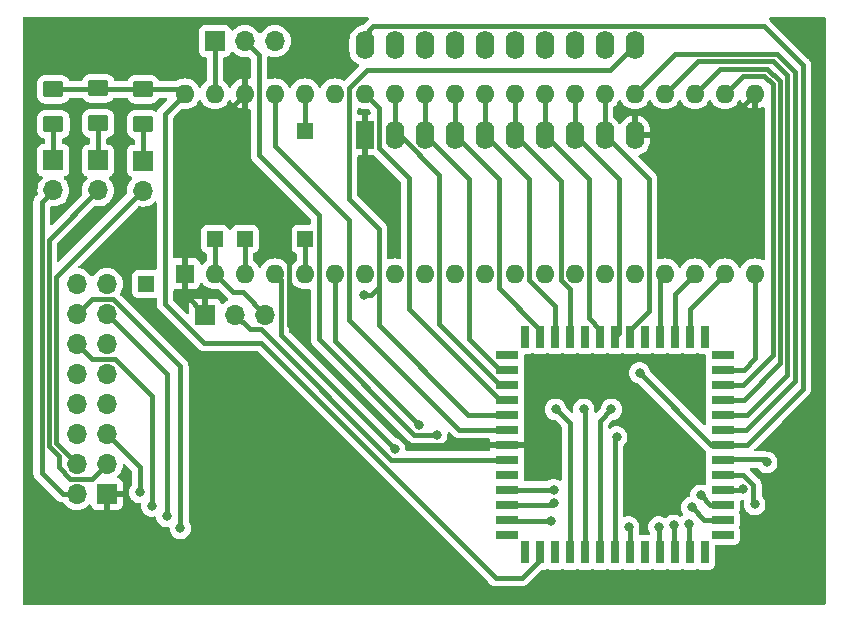
<source format=gbr>
%TF.GenerationSoftware,KiCad,Pcbnew,7.0.9-7.0.9~ubuntu20.04.1*%
%TF.CreationDate,2023-12-30T20:23:18+01:00*%
%TF.ProjectId,6303_PLCC,36333033-5f50-44c4-9343-2e6b69636164,rev?*%
%TF.SameCoordinates,Original*%
%TF.FileFunction,Copper,L1,Top*%
%TF.FilePolarity,Positive*%
%FSLAX46Y46*%
G04 Gerber Fmt 4.6, Leading zero omitted, Abs format (unit mm)*
G04 Created by KiCad (PCBNEW 7.0.9-7.0.9~ubuntu20.04.1) date 2023-12-30 20:23:18*
%MOMM*%
%LPD*%
G01*
G04 APERTURE LIST*
G04 Aperture macros list*
%AMRoundRect*
0 Rectangle with rounded corners*
0 $1 Rounding radius*
0 $2 $3 $4 $5 $6 $7 $8 $9 X,Y pos of 4 corners*
0 Add a 4 corners polygon primitive as box body*
4,1,4,$2,$3,$4,$5,$6,$7,$8,$9,$2,$3,0*
0 Add four circle primitives for the rounded corners*
1,1,$1+$1,$2,$3*
1,1,$1+$1,$4,$5*
1,1,$1+$1,$6,$7*
1,1,$1+$1,$8,$9*
0 Add four rect primitives between the rounded corners*
20,1,$1+$1,$2,$3,$4,$5,0*
20,1,$1+$1,$4,$5,$6,$7,0*
20,1,$1+$1,$6,$7,$8,$9,0*
20,1,$1+$1,$8,$9,$2,$3,0*%
G04 Aperture macros list end*
%TA.AperFunction,ComponentPad*%
%ADD10R,1.700000X1.700000*%
%TD*%
%TA.AperFunction,ComponentPad*%
%ADD11O,1.700000X1.700000*%
%TD*%
%TA.AperFunction,ComponentPad*%
%ADD12R,1.350000X1.350000*%
%TD*%
%TA.AperFunction,ComponentPad*%
%ADD13R,1.600000X1.600000*%
%TD*%
%TA.AperFunction,ComponentPad*%
%ADD14O,1.600000X1.600000*%
%TD*%
%TA.AperFunction,SMDPad,CuDef*%
%ADD15RoundRect,0.250001X-0.624999X0.462499X-0.624999X-0.462499X0.624999X-0.462499X0.624999X0.462499X0*%
%TD*%
%TA.AperFunction,ComponentPad*%
%ADD16R,1.600000X2.400000*%
%TD*%
%TA.AperFunction,ComponentPad*%
%ADD17O,1.600000X2.400000*%
%TD*%
%TA.AperFunction,SMDPad,CuDef*%
%ADD18R,1.925000X0.700000*%
%TD*%
%TA.AperFunction,SMDPad,CuDef*%
%ADD19R,0.700000X1.925000*%
%TD*%
%TA.AperFunction,ViaPad*%
%ADD20C,0.800000*%
%TD*%
%TA.AperFunction,Conductor*%
%ADD21C,0.400000*%
%TD*%
G04 APERTURE END LIST*
D10*
%TO.P,J1,1,Pin_1*%
%TO.N,GND*%
X167132000Y-71374000D03*
D11*
%TO.P,J1,2,Pin_2*%
%TO.N,/P20*%
X164592000Y-71374000D03*
%TO.P,J1,3,Pin_3*%
%TO.N,/P21*%
X167132000Y-68834000D03*
%TO.P,J1,4,Pin_4*%
%TO.N,/P22*%
X164592000Y-68834000D03*
%TO.P,J1,5,Pin_5*%
%TO.N,/P23*%
X167132000Y-66294000D03*
%TO.P,J1,6,Pin_6*%
%TO.N,/P24*%
X164592000Y-66294000D03*
%TO.P,J1,7,Pin_7*%
%TO.N,/P10*%
X167132000Y-63754000D03*
%TO.P,J1,8,Pin_8*%
%TO.N,/P11*%
X164592000Y-63754000D03*
%TO.P,J1,9,Pin_9*%
%TO.N,/P12*%
X167132000Y-61214000D03*
%TO.P,J1,10,Pin_10*%
%TO.N,/P13*%
X164592000Y-61214000D03*
%TO.P,J1,11,Pin_11*%
%TO.N,/P14*%
X167132000Y-58674000D03*
%TO.P,J1,12,Pin_12*%
%TO.N,/P15*%
X164592000Y-58674000D03*
%TO.P,J1,13,Pin_13*%
%TO.N,/P16*%
X167132000Y-56134000D03*
%TO.P,J1,14,Pin_14*%
%TO.N,/P17*%
X164592000Y-56134000D03*
%TO.P,J1,15,Pin_15*%
%TO.N,Net-(J1-Pin_15)*%
X167132000Y-53594000D03*
%TO.P,J1,16,Pin_16*%
%TO.N,+5V*%
X164592000Y-53594000D03*
%TD*%
D10*
%TO.P,JP3,1,A*%
%TO.N,Net-(D3-A)*%
X170180000Y-43154000D03*
D11*
%TO.P,JP3,2,B*%
%TO.N,/P22*%
X170180000Y-45694000D03*
%TD*%
D10*
%TO.P,JP1,1,A*%
%TO.N,Net-(D1-A)*%
X162600000Y-43125000D03*
D11*
%TO.P,JP1,2,B*%
%TO.N,/P20*%
X162600000Y-45665000D03*
%TD*%
D10*
%TO.P,JP5,1,A*%
%TO.N,GND*%
X175463200Y-56184800D03*
D11*
%TO.P,JP5,2,C*%
%TO.N,Net-(JP5-C)*%
X178003200Y-56184800D03*
%TO.P,JP5,3,B*%
%TO.N,/~{HALT}*%
X180543200Y-56184800D03*
%TD*%
D12*
%TO.P,J4,1,Pin_1*%
%TO.N,Net-(J4-Pin_1)*%
X183896000Y-40640000D03*
%TD*%
D13*
%TO.P,U3,1,VSS*%
%TO.N,GND*%
X173736000Y-52730400D03*
D14*
%TO.P,U3,2,~{HALT}*%
%TO.N,/~{HALT}*%
X176276000Y-52730400D03*
%TO.P,U3,3,MR*%
%TO.N,Net-(J3-Pin_1)*%
X178816000Y-52730400D03*
%TO.P,U3,4,~{IRQ}*%
%TO.N,/~{IRQ1}*%
X181356000Y-52730400D03*
%TO.P,U3,5,VMA*%
%TO.N,/AS*%
X183896000Y-52730400D03*
%TO.P,U3,6,~{NMI}*%
%TO.N,/~{NMI}*%
X186436000Y-52730400D03*
%TO.P,U3,7,BA*%
%TO.N,/BA*%
X188976000Y-52730400D03*
%TO.P,U3,8,VCC*%
%TO.N,+5V*%
X191516000Y-52730400D03*
%TO.P,U3,9,A0*%
%TO.N,/A0*%
X194056000Y-52730400D03*
%TO.P,U3,10,A1*%
%TO.N,/A1*%
X196596000Y-52730400D03*
%TO.P,U3,11,A2*%
%TO.N,/A2*%
X199136000Y-52730400D03*
%TO.P,U3,12,A3*%
%TO.N,/A3*%
X201676000Y-52730400D03*
%TO.P,U3,13,A4*%
%TO.N,/A4*%
X204216000Y-52730400D03*
%TO.P,U3,14,A5*%
%TO.N,/A5*%
X206756000Y-52730400D03*
%TO.P,U3,15,A6*%
%TO.N,/A6*%
X209296000Y-52730400D03*
%TO.P,U3,16,A7*%
%TO.N,/A7*%
X211836000Y-52730400D03*
%TO.P,U3,17,A8*%
%TO.N,/A8*%
X214376000Y-52730400D03*
%TO.P,U3,18,A9*%
%TO.N,/A9*%
X216916000Y-52730400D03*
%TO.P,U3,19,A10*%
%TO.N,/A10*%
X219456000Y-52730400D03*
%TO.P,U3,20,A11*%
%TO.N,/A11*%
X221996000Y-52730400D03*
%TO.P,U3,21,VSS*%
%TO.N,GND*%
X221996000Y-37490400D03*
%TO.P,U3,22,A12*%
%TO.N,/A12*%
X219456000Y-37490400D03*
%TO.P,U3,23,A13*%
%TO.N,/A13*%
X216916000Y-37490400D03*
%TO.P,U3,24,A14*%
%TO.N,/A14*%
X214376000Y-37490400D03*
%TO.P,U3,25,A15*%
%TO.N,/A15*%
X211836000Y-37490400D03*
%TO.P,U3,26,D7*%
%TO.N,/D7*%
X209296000Y-37490400D03*
%TO.P,U3,27,D6*%
%TO.N,/D6*%
X206756000Y-37490400D03*
%TO.P,U3,28,D5*%
%TO.N,/D5*%
X204216000Y-37490400D03*
%TO.P,U3,29,D4*%
%TO.N,/D4*%
X201676000Y-37490400D03*
%TO.P,U3,30,D3*%
%TO.N,/D3*%
X199136000Y-37490400D03*
%TO.P,U3,31,D2*%
%TO.N,/D2*%
X196596000Y-37490400D03*
%TO.P,U3,32,D1*%
%TO.N,/D1*%
X194056000Y-37490400D03*
%TO.P,U3,33,D0*%
%TO.N,/D0*%
X191516000Y-37490400D03*
%TO.P,U3,34,R/~{W}*%
%TO.N,/R{slash}~{W}*%
X188976000Y-37490400D03*
%TO.P,U3,35,VCC_STANDBY*%
%TO.N,+5C*%
X186436000Y-37490400D03*
%TO.P,U3,36,RE*%
%TO.N,Net-(J4-Pin_1)*%
X183896000Y-37490400D03*
%TO.P,U3,37,E*%
%TO.N,/PHI2*%
X181356000Y-37490400D03*
%TO.P,U3,38,XTAL*%
%TO.N,GND*%
X178816000Y-37490400D03*
%TO.P,U3,39,EXTAL*%
%TO.N,/CPUCLK*%
X176276000Y-37490400D03*
%TO.P,U3,40,~{RESET}*%
%TO.N,/~{RST}*%
X173736000Y-37490400D03*
%TD*%
D10*
%TO.P,JP2,1,A*%
%TO.N,Net-(D2-A)*%
X166400000Y-43139000D03*
D11*
%TO.P,JP2,2,B*%
%TO.N,/P21*%
X166400000Y-45679000D03*
%TD*%
D12*
%TO.P,J2,1,Pin_1*%
%TO.N,Net-(J1-Pin_15)*%
X170434000Y-53594000D03*
%TD*%
%TO.P,J5,1,Pin_1*%
%TO.N,/~{HALT}*%
X176276000Y-49784000D03*
%TD*%
%TO.P,J6,1,Pin_1*%
%TO.N,/AS*%
X183896000Y-49784000D03*
%TD*%
D15*
%TO.P,D2,1,K*%
%TO.N,/~{RST}*%
X166400000Y-37025000D03*
%TO.P,D2,2,A*%
%TO.N,Net-(D2-A)*%
X166400000Y-40000000D03*
%TD*%
D10*
%TO.P,JP6,1,A*%
%TO.N,/CPUCLK*%
X176276000Y-33020000D03*
D11*
%TO.P,JP6,2,C*%
%TO.N,Net-(JP6-C)*%
X178816000Y-33020000D03*
%TO.P,JP6,3,B*%
%TO.N,/BA*%
X181356000Y-33020000D03*
%TD*%
D15*
%TO.P,D3,1,K*%
%TO.N,/~{RST}*%
X170200000Y-37112500D03*
%TO.P,D3,2,A*%
%TO.N,Net-(D3-A)*%
X170200000Y-40087500D03*
%TD*%
D16*
%TO.P,U2,1,OE*%
%TO.N,GND*%
X188976000Y-41000000D03*
D17*
%TO.P,U2,2,D0*%
%TO.N,/D0*%
X191516000Y-41000000D03*
%TO.P,U2,3,D1*%
%TO.N,/D1*%
X194056000Y-41000000D03*
%TO.P,U2,4,D2*%
%TO.N,/D2*%
X196596000Y-41000000D03*
%TO.P,U2,5,D3*%
%TO.N,/D3*%
X199136000Y-41000000D03*
%TO.P,U2,6,D4*%
%TO.N,/D4*%
X201676000Y-41000000D03*
%TO.P,U2,7,D5*%
%TO.N,/D5*%
X204216000Y-41000000D03*
%TO.P,U2,8,D6*%
%TO.N,/D6*%
X206756000Y-41000000D03*
%TO.P,U2,9,D7*%
%TO.N,/D7*%
X209296000Y-41000000D03*
%TO.P,U2,10,GND*%
%TO.N,GND*%
X211836000Y-41000000D03*
%TO.P,U2,11,Load*%
%TO.N,/AS*%
X211836000Y-33380000D03*
%TO.P,U2,12,Q7*%
%TO.N,/A7*%
X209296000Y-33380000D03*
%TO.P,U2,13,Q6*%
%TO.N,/A6*%
X206756000Y-33380000D03*
%TO.P,U2,14,Q5*%
%TO.N,/A5*%
X204216000Y-33380000D03*
%TO.P,U2,15,Q4*%
%TO.N,/A4*%
X201676000Y-33380000D03*
%TO.P,U2,16,Q3*%
%TO.N,/A3*%
X199136000Y-33380000D03*
%TO.P,U2,17,Q2*%
%TO.N,/A2*%
X196596000Y-33380000D03*
%TO.P,U2,18,Q1*%
%TO.N,/A1*%
X194056000Y-33380000D03*
%TO.P,U2,19,Q0*%
%TO.N,/A0*%
X191516000Y-33380000D03*
%TO.P,U2,20,VCC*%
%TO.N,+5V*%
X188976000Y-33380000D03*
%TD*%
D15*
%TO.P,D1,1,K*%
%TO.N,/~{RST}*%
X162600000Y-37112500D03*
%TO.P,D1,2,A*%
%TO.N,Net-(D1-A)*%
X162600000Y-40087500D03*
%TD*%
D12*
%TO.P,J3,1,Pin_1*%
%TO.N,Net-(J3-Pin_1)*%
X178816000Y-49784000D03*
%TD*%
D18*
%TO.P,U1,1,GND*%
%TO.N,GND*%
X201027100Y-67196900D03*
%TO.P,U1,2,XTAL*%
%TO.N,Net-(JP5-C)*%
X201027100Y-68466900D03*
%TO.P,U1,3*%
%TO.N,N/C*%
X201027100Y-69736900D03*
%TO.P,U1,4,EXTAL/CLK*%
%TO.N,Net-(JP6-C)*%
X201027100Y-71006900D03*
%TO.P,U1,5,~{NMI}*%
%TO.N,/~{NMI}*%
X201027100Y-72276900D03*
%TO.P,U1,6,~{IRQ1}*%
%TO.N,/~{IRQ1}*%
X201027100Y-73546900D03*
%TO.P,U1,7*%
%TO.N,unconnected-(U1-Pad7)*%
X201027100Y-74816900D03*
D19*
%TO.P,U1,8*%
%TO.N,unconnected-(U1-Pad8)*%
X202539600Y-76329400D03*
%TO.P,U1,9,~{RST}*%
%TO.N,/~{RST}*%
X203809600Y-76329400D03*
%TO.P,U1,10*%
%TO.N,N/C*%
X205079600Y-76329400D03*
%TO.P,U1,11,P20/Tin*%
%TO.N,/P20*%
X206349600Y-76329400D03*
%TO.P,U1,12,P21/Tout1*%
%TO.N,/P21*%
X207619600Y-76329400D03*
%TO.P,U1,13,P22/SCLK*%
%TO.N,/P22*%
X208889600Y-76329400D03*
%TO.P,U1,14,P23/RX*%
%TO.N,/P23*%
X210159600Y-76329400D03*
%TO.P,U1,15,P24/TX*%
%TO.N,/P24*%
X211429600Y-76329400D03*
%TO.P,U1,16*%
%TO.N,N/C*%
X212699600Y-76329400D03*
%TO.P,U1,17,P10*%
%TO.N,/P10*%
X213969600Y-76329400D03*
%TO.P,U1,18,P11*%
%TO.N,/P11*%
X215239600Y-76329400D03*
%TO.P,U1,19,P12*%
%TO.N,/P12*%
X216509600Y-76329400D03*
%TO.P,U1,20*%
%TO.N,unconnected-(U1-Pad20)*%
X217779600Y-76329400D03*
D18*
%TO.P,U1,21*%
%TO.N,unconnected-(U1-Pad21)*%
X219292100Y-74816900D03*
%TO.P,U1,22,P13*%
%TO.N,/P13*%
X219292100Y-73546900D03*
%TO.P,U1,23,P14*%
%TO.N,/P14*%
X219292100Y-72276900D03*
%TO.P,U1,24,P15*%
%TO.N,/P15*%
X219292100Y-71006900D03*
%TO.P,U1,25,P16*%
%TO.N,/P16*%
X219292100Y-69736900D03*
%TO.P,U1,26,P17*%
%TO.N,/P17*%
X219292100Y-68466900D03*
%TO.P,U1,27,Vcc*%
%TO.N,+5V*%
X219292100Y-67196900D03*
%TO.P,U1,28,A15*%
%TO.N,/A15*%
X219292100Y-65926900D03*
%TO.P,U1,29,A14*%
%TO.N,/A14*%
X219292100Y-64656900D03*
%TO.P,U1,30,A13*%
%TO.N,/A13*%
X219292100Y-63386900D03*
%TO.P,U1,31,A12*%
%TO.N,/A12*%
X219292100Y-62116900D03*
%TO.P,U1,32,A11*%
%TO.N,/A11*%
X219292100Y-60846900D03*
%TO.P,U1,33*%
%TO.N,unconnected-(U1-Pad33)*%
X219292100Y-59576900D03*
D19*
%TO.P,U1,34*%
%TO.N,unconnected-(U1-Pad34)*%
X217779600Y-58064400D03*
%TO.P,U1,35,A10*%
%TO.N,/A10*%
X216509600Y-58064400D03*
%TO.P,U1,36,A9*%
%TO.N,/A9*%
X215239600Y-58064400D03*
%TO.P,U1,37,A8*%
%TO.N,/A8*%
X213969600Y-58064400D03*
%TO.P,U1,38*%
%TO.N,N/C*%
X212699600Y-58064400D03*
%TO.P,U1,39,AD7*%
%TO.N,/D7*%
X211429600Y-58064400D03*
%TO.P,U1,40,AD6*%
%TO.N,/D6*%
X210159600Y-58064400D03*
%TO.P,U1,41,AD5*%
%TO.N,/D5*%
X208889600Y-58064400D03*
%TO.P,U1,42*%
%TO.N,unconnected-(U1-Pad42)*%
X207619600Y-58064400D03*
%TO.P,U1,43,AD4*%
%TO.N,/D4*%
X206349600Y-58064400D03*
%TO.P,U1,44,AD3*%
%TO.N,/D3*%
X205079600Y-58064400D03*
%TO.P,U1,45,AD2*%
%TO.N,/D2*%
X203809600Y-58064400D03*
%TO.P,U1,46*%
%TO.N,unconnected-(U1-Pad46)*%
X202539600Y-58064400D03*
D18*
%TO.P,U1,47*%
%TO.N,unconnected-(U1-Pad47)*%
X201027100Y-59576900D03*
%TO.P,U1,48,AD1*%
%TO.N,/D1*%
X201027100Y-60846900D03*
%TO.P,U1,49,AD0*%
%TO.N,/D0*%
X201027100Y-62116900D03*
%TO.P,U1,50,R/~{W}*%
%TO.N,/R{slash}~{W}*%
X201027100Y-63386900D03*
%TO.P,U1,51,AS*%
%TO.N,/AS*%
X201027100Y-64656900D03*
%TO.P,U1,52,E*%
%TO.N,/PHI2*%
X201027100Y-65926900D03*
%TD*%
D20*
%TO.N,+5V*%
X212242426Y-61124700D03*
%TO.N,GND*%
X212242400Y-64249700D03*
%TO.N,/P20*%
X205130400Y-64212000D03*
%TO.N,/P21*%
X207518000Y-64211200D03*
%TO.N,/P22*%
X209854800Y-64211200D03*
%TO.N,/~{NMI}*%
X193548000Y-65532000D03*
X204978000Y-72136000D03*
%TO.N,/~{IRQ1}*%
X191516000Y-67564000D03*
X204724000Y-73660000D03*
%TO.N,/P23*%
X210312000Y-66548000D03*
X169926000Y-71247000D03*
%TO.N,/P24*%
X211328000Y-74168000D03*
%TO.N,/P10*%
X213868000Y-74168000D03*
%TO.N,/P11*%
X215138000Y-74041000D03*
%TO.N,/P12*%
X216408000Y-73914000D03*
%TO.N,/P13*%
X216662000Y-72517000D03*
%TO.N,/P14*%
X217424000Y-71501000D03*
%TO.N,/P15*%
X170942000Y-72390000D03*
X221019000Y-70993000D03*
%TO.N,/P16*%
X172212000Y-73279000D03*
X221996000Y-72263000D03*
%TO.N,/P17*%
X223012000Y-68707000D03*
X173355000Y-74295000D03*
%TO.N,/AS*%
X188874400Y-54559200D03*
%TO.N,Net-(JP6-C)*%
X204978000Y-71018400D03*
X195072000Y-66346900D03*
%TD*%
D21*
%TO.N,+5V*%
X219292100Y-67196900D02*
X218314626Y-67196900D01*
X226060000Y-35052000D02*
X222788000Y-31780000D01*
X219292100Y-67196900D02*
X221347100Y-67196900D01*
X188976000Y-32512000D02*
X188976000Y-33380000D01*
X218314626Y-67196900D02*
X212242426Y-61124700D01*
X221347100Y-67196900D02*
X226060000Y-62484000D01*
X222788000Y-31780000D02*
X189708000Y-31780000D01*
X189708000Y-31780000D02*
X188976000Y-32512000D01*
X226060000Y-62484000D02*
X226060000Y-35052000D01*
%TO.N,GND*%
X175209200Y-41097200D02*
X173939200Y-42367200D01*
X178816000Y-37490400D02*
X175209200Y-41097200D01*
X202601900Y-67196900D02*
X203606400Y-66192400D01*
X211836000Y-41000000D02*
X218486400Y-41000000D01*
X192672900Y-67196900D02*
X182556000Y-57080000D01*
X210629100Y-62636400D02*
X212242400Y-64249700D01*
X203606400Y-63246000D02*
X204216000Y-62636400D01*
X201027100Y-67196900D02*
X202601900Y-67196900D01*
X204216000Y-62636400D02*
X210629100Y-62636400D01*
X203606400Y-66192400D02*
X203606400Y-63246000D01*
X182556000Y-57080000D02*
X182556000Y-48444000D01*
X182556000Y-48444000D02*
X175209200Y-41097200D01*
X173736000Y-42570400D02*
X173736000Y-52730400D01*
X173939200Y-42367200D02*
X173736000Y-42570400D01*
X218486400Y-41000000D02*
X221996000Y-37490400D01*
X173736000Y-52730400D02*
X173736000Y-54457600D01*
X201027100Y-67196900D02*
X192672900Y-67196900D01*
X173736000Y-54457600D02*
X175463200Y-56184800D01*
%TO.N,/P20*%
X206349600Y-76329400D02*
X206349600Y-65379600D01*
X162600000Y-45665000D02*
X161614000Y-46651000D01*
X161614000Y-46651000D02*
X161614000Y-69598081D01*
X161614000Y-69598081D02*
X163389919Y-71374000D01*
X163389919Y-71374000D02*
X164592000Y-71374000D01*
X206349600Y-65379600D02*
X205182000Y-64212000D01*
X205182000Y-64212000D02*
X205130400Y-64212000D01*
%TO.N,/P21*%
X163044616Y-69094383D02*
X164054233Y-70104000D01*
X164054233Y-70104000D02*
X165862000Y-70104000D01*
X166400000Y-45679000D02*
X162214000Y-49865000D01*
X207619600Y-76329400D02*
X207619600Y-64312800D01*
X162214000Y-67304528D02*
X163044616Y-68135144D01*
X163044616Y-68135144D02*
X163044616Y-69094383D01*
X162214000Y-49865000D02*
X162214000Y-67304528D01*
X165862000Y-70104000D02*
X167132000Y-68834000D01*
X207619600Y-64312800D02*
X207518000Y-64211200D01*
%TO.N,/P22*%
X162814000Y-52986000D02*
X170106000Y-45694000D01*
X208889600Y-65176400D02*
X209854800Y-64211200D01*
X162814000Y-67056000D02*
X162814000Y-52986000D01*
X208889600Y-76329400D02*
X208889600Y-65176400D01*
X164592000Y-68834000D02*
X162814000Y-67056000D01*
%TO.N,/~{NMI}*%
X186436000Y-52730400D02*
X186436000Y-58420000D01*
X204837100Y-72276900D02*
X201027100Y-72276900D01*
X186436000Y-58420000D02*
X193548000Y-65532000D01*
X204978000Y-72136000D02*
X204837100Y-72276900D01*
%TO.N,/~{IRQ1}*%
X204724000Y-73660000D02*
X201140200Y-73660000D01*
X181356000Y-52730400D02*
X181864000Y-53238400D01*
X201140200Y-73660000D02*
X201027100Y-73546900D01*
X181864000Y-57912000D02*
X191516000Y-67564000D01*
X181864000Y-53238400D02*
X181864000Y-57912000D01*
%TO.N,/~{RST}*%
X202251500Y-78500000D02*
X203809600Y-76941900D01*
X172059600Y-39166800D02*
X172059600Y-55281200D01*
X170200000Y-37112500D02*
X173358100Y-37112500D01*
X175350800Y-58572400D02*
X180151872Y-58572400D01*
X200079472Y-78500000D02*
X202251500Y-78500000D01*
X173736000Y-37490400D02*
X172059600Y-39166800D01*
X162600000Y-37112500D02*
X170200000Y-37112500D01*
X203809600Y-76941900D02*
X203809600Y-76329400D01*
X180151872Y-58572400D02*
X200079472Y-78500000D01*
X172059600Y-55281200D02*
X175350800Y-58572400D01*
%TO.N,/P23*%
X167132000Y-66294000D02*
X169926000Y-69088000D01*
X210159600Y-76329400D02*
X210159600Y-66700400D01*
X210159600Y-66700400D02*
X210312000Y-66548000D01*
X169926000Y-69088000D02*
X169926000Y-71247000D01*
%TO.N,/P24*%
X211328000Y-74168000D02*
X211455000Y-74295000D01*
X211455000Y-74295000D02*
X211455000Y-76304000D01*
X211455000Y-76304000D02*
X211429600Y-76329400D01*
%TO.N,/P10*%
X213868000Y-76227800D02*
X213969600Y-76329400D01*
X213868000Y-74168000D02*
X213868000Y-76227800D01*
%TO.N,/P11*%
X215138000Y-74041000D02*
X215138000Y-76227800D01*
X215138000Y-76227800D02*
X215239600Y-76329400D01*
%TO.N,/P12*%
X216408000Y-76227800D02*
X216509600Y-76329400D01*
X216408000Y-73914000D02*
X216408000Y-76227800D01*
%TO.N,/P13*%
X216662000Y-72517000D02*
X217691900Y-73546900D01*
X217691900Y-73546900D02*
X219292100Y-73546900D01*
%TO.N,/P14*%
X217424000Y-71501000D02*
X218199900Y-72276900D01*
X218199900Y-72276900D02*
X219292100Y-72276900D01*
%TO.N,/P15*%
X219292100Y-71006900D02*
X221005100Y-71006900D01*
X164592000Y-58674000D02*
X165882000Y-59964000D01*
X165882000Y-59964000D02*
X167787000Y-59964000D01*
X221005100Y-71006900D02*
X221019000Y-70993000D01*
X170942000Y-63119000D02*
X170942000Y-72390000D01*
X167787000Y-59964000D02*
X170942000Y-63119000D01*
%TO.N,/P16*%
X219292100Y-69736900D02*
X220993900Y-69736900D01*
X172212000Y-73279000D02*
X172212000Y-61214000D01*
X172212000Y-61214000D02*
X167132000Y-56134000D01*
X220993900Y-69736900D02*
X221869000Y-70612000D01*
X221869000Y-70612000D02*
X221869000Y-72136000D01*
X221869000Y-72136000D02*
X221996000Y-72263000D01*
%TO.N,/P17*%
X167660000Y-54884000D02*
X173355000Y-60579000D01*
X223012000Y-68707000D02*
X222758000Y-68453000D01*
X165842000Y-54884000D02*
X167660000Y-54884000D01*
X173355000Y-60579000D02*
X173355000Y-74295000D01*
X164592000Y-56134000D02*
X165842000Y-54884000D01*
X219306000Y-68453000D02*
X219292100Y-68466900D01*
X222758000Y-68453000D02*
X219306000Y-68453000D01*
%TO.N,/A15*%
X219292100Y-65926900D02*
X221245500Y-65926900D01*
X215239600Y-34086800D02*
X211836000Y-37490400D01*
X225399600Y-35610800D02*
X223875600Y-34086800D01*
X221245500Y-65926900D02*
X225399600Y-61772800D01*
X223875600Y-34086800D02*
X215239600Y-34086800D01*
X225399600Y-61772800D02*
X225399600Y-35610800D01*
%TO.N,/A14*%
X221347100Y-64656900D02*
X224720000Y-61284000D01*
X219292100Y-64656900D02*
X221347100Y-64656900D01*
X224720000Y-61284000D02*
X224720000Y-35896400D01*
X224720000Y-35896400D02*
X223520000Y-34696400D01*
X217170000Y-34696400D02*
X214376000Y-37490400D01*
X223520000Y-34696400D02*
X217170000Y-34696400D01*
%TO.N,/A13*%
X216916000Y-37490400D02*
X219049600Y-35356800D01*
X224120000Y-36429072D02*
X224120000Y-60309200D01*
X219049600Y-35356800D02*
X223047728Y-35356800D01*
X224120000Y-60309200D02*
X221042300Y-63386900D01*
X221042300Y-63386900D02*
X219292100Y-63386900D01*
X223047728Y-35356800D02*
X224120000Y-36429072D01*
%TO.N,/A12*%
X219292100Y-62116900D02*
X220991500Y-62116900D01*
X223520000Y-59588400D02*
X223520000Y-36677600D01*
X222799200Y-35956800D02*
X220989600Y-35956800D01*
X223520000Y-36677600D02*
X222799200Y-35956800D01*
X220989600Y-35956800D02*
X219456000Y-37490400D01*
X220991500Y-62116900D02*
X223520000Y-59588400D01*
%TO.N,/A11*%
X221042300Y-60846900D02*
X221996000Y-59893200D01*
X219292100Y-60846900D02*
X221042300Y-60846900D01*
X221996000Y-59893200D02*
X221996000Y-52730400D01*
%TO.N,/A10*%
X216509600Y-55676800D02*
X219456000Y-52730400D01*
X216509600Y-58064400D02*
X216509600Y-55676800D01*
%TO.N,/A9*%
X215239600Y-54406800D02*
X216916000Y-52730400D01*
X215239600Y-58064400D02*
X215239600Y-54406800D01*
%TO.N,/A8*%
X213969600Y-58064400D02*
X213969600Y-53136800D01*
X213969600Y-53136800D02*
X214376000Y-52730400D01*
%TO.N,/D7*%
X211429600Y-58064400D02*
X211429600Y-57451900D01*
X213036000Y-55845500D02*
X213036000Y-44740000D01*
X213036000Y-44740000D02*
X209296000Y-41000000D01*
X209296000Y-37490400D02*
X209296000Y-41000000D01*
X211429600Y-57451900D02*
X213036000Y-55845500D01*
%TO.N,/D6*%
X210496000Y-44740000D02*
X206756000Y-41000000D01*
X206756000Y-37490400D02*
X206756000Y-41000000D01*
X210159600Y-58064400D02*
X210496000Y-57728000D01*
X210496000Y-57728000D02*
X210496000Y-44740000D01*
%TO.N,/D5*%
X207956000Y-56518300D02*
X207956000Y-44740000D01*
X204216000Y-37490400D02*
X204216000Y-41000000D01*
X208889600Y-58064400D02*
X208889600Y-57451900D01*
X207956000Y-44740000D02*
X204216000Y-41000000D01*
X208889600Y-57451900D02*
X207956000Y-56518300D01*
%TO.N,/D4*%
X206349600Y-54021057D02*
X205556000Y-53227457D01*
X201676000Y-37490400D02*
X201676000Y-41000000D01*
X205556000Y-53227457D02*
X205556000Y-44880000D01*
X206349600Y-58064400D02*
X206349600Y-54021057D01*
X205556000Y-44880000D02*
X201676000Y-41000000D01*
%TO.N,/D3*%
X205079600Y-58064400D02*
X205079600Y-55422800D01*
X202876000Y-44740000D02*
X199136000Y-41000000D01*
X205079600Y-55422800D02*
X202876000Y-53219200D01*
X199136000Y-37490400D02*
X199136000Y-41000000D01*
X202876000Y-53219200D02*
X202876000Y-44740000D01*
%TO.N,/D2*%
X200336000Y-53978300D02*
X200336000Y-44740000D01*
X203809600Y-58064400D02*
X203809600Y-57451900D01*
X203809600Y-57451900D02*
X200336000Y-53978300D01*
X196596000Y-37490400D02*
X196596000Y-41000000D01*
X200336000Y-44740000D02*
X196596000Y-41000000D01*
%TO.N,/D1*%
X197796000Y-58228300D02*
X197796000Y-44740000D01*
X200414600Y-60846900D02*
X197796000Y-58228300D01*
X201027100Y-60846900D02*
X200414600Y-60846900D01*
X194056000Y-41000000D02*
X194056000Y-37490400D01*
X197796000Y-44740000D02*
X194056000Y-41000000D01*
%TO.N,/D0*%
X195256000Y-44340000D02*
X191916000Y-41000000D01*
X200414600Y-62116900D02*
X195256000Y-56958300D01*
X191516000Y-37490400D02*
X191516000Y-41000000D01*
X195256000Y-56958300D02*
X195256000Y-44340000D01*
X191916000Y-41000000D02*
X191516000Y-41000000D01*
X201027100Y-62116900D02*
X200414600Y-62116900D01*
%TO.N,/R{slash}~{W}*%
X201027100Y-63386900D02*
X200414600Y-63386900D01*
X200414600Y-63386900D02*
X192735200Y-55707500D01*
X190176000Y-42094000D02*
X190176000Y-38690400D01*
X192735200Y-44653200D02*
X190176000Y-42094000D01*
X190176000Y-38690400D02*
X188976000Y-37490400D01*
X192735200Y-55707500D02*
X192735200Y-44653200D01*
%TO.N,/AS*%
X189129343Y-35500000D02*
X187655200Y-36974143D01*
X197752900Y-64656900D02*
X201027100Y-64656900D01*
X187655200Y-36974143D02*
X187655200Y-46431200D01*
X211836000Y-33380000D02*
X209716000Y-35500000D01*
X183896000Y-49784000D02*
X183896000Y-52730400D01*
X190176000Y-48952000D02*
X190176000Y-53848000D01*
X187655200Y-46431200D02*
X190176000Y-48952000D01*
X188874400Y-54559200D02*
X189464800Y-54559200D01*
X190176000Y-53848000D02*
X190176000Y-57080000D01*
X190176000Y-57080000D02*
X197752900Y-64656900D01*
X209716000Y-35500000D02*
X189129343Y-35500000D01*
X189464800Y-54559200D02*
X190176000Y-53848000D01*
%TO.N,/PHI2*%
X196925028Y-65926900D02*
X187636000Y-56637872D01*
X201027100Y-65926900D02*
X196925028Y-65926900D01*
X187636000Y-48190000D02*
X181356000Y-41910000D01*
X187636000Y-56637872D02*
X187636000Y-48190000D01*
X181356000Y-41910000D02*
X181356000Y-37490400D01*
%TO.N,/CPUCLK*%
X176276000Y-33020000D02*
X176276000Y-37490400D01*
%TO.N,Net-(D1-A)*%
X162600000Y-40087500D02*
X162600000Y-43125000D01*
%TO.N,Net-(D2-A)*%
X166400000Y-40000000D02*
X166400000Y-43139000D01*
%TO.N,Net-(D3-A)*%
X170200000Y-40087500D02*
X170200000Y-43134000D01*
%TO.N,Net-(J3-Pin_1)*%
X178816000Y-49784000D02*
X178816000Y-52730400D01*
%TO.N,Net-(J4-Pin_1)*%
X183896000Y-37490400D02*
X183896000Y-40640000D01*
%TO.N,/~{HALT}*%
X176276000Y-52730400D02*
X177850800Y-54305200D01*
X177850800Y-54305200D02*
X178663600Y-54305200D01*
X178663600Y-54305200D02*
X180543200Y-56184800D01*
X176276000Y-49784000D02*
X176276000Y-52730400D01*
%TO.N,Net-(JP5-C)*%
X178003200Y-56184800D02*
X179253200Y-57434800D01*
X179253200Y-57434800D02*
X180184718Y-57434800D01*
X180184718Y-57434800D02*
X191216818Y-68466900D01*
X191216818Y-68466900D02*
X201027100Y-68466900D01*
%TO.N,Net-(JP6-C)*%
X185096000Y-47783600D02*
X185096000Y-58282082D01*
X178816000Y-33020000D02*
X180016000Y-34220000D01*
X180016000Y-34220000D02*
X180016000Y-42703600D01*
X180016000Y-42703600D02*
X185096000Y-47783600D01*
X185096000Y-58282082D02*
X193160818Y-66346900D01*
X201038600Y-71018400D02*
X201027100Y-71006900D01*
X193160818Y-66346900D02*
X195072000Y-66346900D01*
X204978000Y-71018400D02*
X201038600Y-71018400D01*
%TD*%
%TA.AperFunction,Conductor*%
%TO.N,GND*%
G36*
X189273275Y-31020185D02*
G01*
X189319030Y-31072989D01*
X189328974Y-31142147D01*
X189299949Y-31205703D01*
X189276677Y-31226549D01*
X189240075Y-31251813D01*
X189240065Y-31251822D01*
X189198942Y-31298240D01*
X189196375Y-31300966D01*
X188840036Y-31657305D01*
X188778713Y-31690790D01*
X188763169Y-31693152D01*
X188753055Y-31694037D01*
X188749308Y-31694365D01*
X188749306Y-31694365D01*
X188749302Y-31694366D01*
X188529511Y-31753258D01*
X188529502Y-31753261D01*
X188323267Y-31849431D01*
X188323265Y-31849432D01*
X188136858Y-31979954D01*
X187975954Y-32140858D01*
X187845432Y-32327265D01*
X187845431Y-32327267D01*
X187749261Y-32533502D01*
X187749258Y-32533511D01*
X187690366Y-32753302D01*
X187690364Y-32753312D01*
X187675500Y-32923216D01*
X187675500Y-33836784D01*
X187690364Y-34006687D01*
X187690366Y-34006697D01*
X187749258Y-34226488D01*
X187749261Y-34226497D01*
X187845431Y-34432732D01*
X187845432Y-34432734D01*
X187975954Y-34619141D01*
X188136858Y-34780045D01*
X188136861Y-34780047D01*
X188323266Y-34910568D01*
X188438870Y-34964475D01*
X188491309Y-35010647D01*
X188510461Y-35077841D01*
X188490245Y-35144722D01*
X188474146Y-35164538D01*
X187274128Y-36364556D01*
X187212805Y-36398041D01*
X187143113Y-36393057D01*
X187115326Y-36378451D01*
X187088734Y-36359832D01*
X187040219Y-36337209D01*
X186882497Y-36263661D01*
X186882488Y-36263658D01*
X186662697Y-36204766D01*
X186662693Y-36204765D01*
X186662692Y-36204765D01*
X186662691Y-36204764D01*
X186662686Y-36204764D01*
X186436002Y-36184932D01*
X186435998Y-36184932D01*
X186209313Y-36204764D01*
X186209302Y-36204766D01*
X185989511Y-36263658D01*
X185989502Y-36263661D01*
X185783267Y-36359831D01*
X185783265Y-36359832D01*
X185596858Y-36490354D01*
X185435954Y-36651258D01*
X185305432Y-36837665D01*
X185305431Y-36837667D01*
X185278382Y-36895675D01*
X185232209Y-36948114D01*
X185165016Y-36967266D01*
X185098135Y-36947050D01*
X185053618Y-36895675D01*
X185026568Y-36837667D01*
X185026567Y-36837665D01*
X184896045Y-36651258D01*
X184735141Y-36490354D01*
X184548734Y-36359832D01*
X184548732Y-36359831D01*
X184342497Y-36263661D01*
X184342488Y-36263658D01*
X184122697Y-36204766D01*
X184122693Y-36204765D01*
X184122692Y-36204765D01*
X184122691Y-36204764D01*
X184122686Y-36204764D01*
X183896002Y-36184932D01*
X183895998Y-36184932D01*
X183669313Y-36204764D01*
X183669302Y-36204766D01*
X183449511Y-36263658D01*
X183449502Y-36263661D01*
X183243267Y-36359831D01*
X183243265Y-36359832D01*
X183056858Y-36490354D01*
X182895954Y-36651258D01*
X182765432Y-36837665D01*
X182765431Y-36837667D01*
X182738382Y-36895675D01*
X182692209Y-36948114D01*
X182625016Y-36967266D01*
X182558135Y-36947050D01*
X182513618Y-36895675D01*
X182486568Y-36837667D01*
X182486567Y-36837665D01*
X182356045Y-36651258D01*
X182195141Y-36490354D01*
X182008734Y-36359832D01*
X182008732Y-36359831D01*
X181802497Y-36263661D01*
X181802488Y-36263658D01*
X181582697Y-36204766D01*
X181582693Y-36204765D01*
X181582692Y-36204765D01*
X181582691Y-36204764D01*
X181582686Y-36204764D01*
X181356002Y-36184932D01*
X181355998Y-36184932D01*
X181129313Y-36204764D01*
X181129302Y-36204766D01*
X180909511Y-36263658D01*
X180909501Y-36263662D01*
X180892903Y-36271402D01*
X180823825Y-36281893D01*
X180760042Y-36253372D01*
X180721803Y-36194895D01*
X180716500Y-36159019D01*
X180716500Y-34406549D01*
X180736185Y-34339510D01*
X180788989Y-34293755D01*
X180858147Y-34283811D01*
X180887113Y-34292443D01*
X180887256Y-34292053D01*
X180892331Y-34293900D01*
X180892337Y-34293903D01*
X181120592Y-34355063D01*
X181297034Y-34370500D01*
X181355999Y-34375659D01*
X181356000Y-34375659D01*
X181356001Y-34375659D01*
X181414966Y-34370500D01*
X181591408Y-34355063D01*
X181819663Y-34293903D01*
X182033830Y-34194035D01*
X182227401Y-34058495D01*
X182394495Y-33891401D01*
X182530035Y-33697830D01*
X182629903Y-33483663D01*
X182691063Y-33255408D01*
X182711659Y-33020000D01*
X182691063Y-32784592D01*
X182629903Y-32556337D01*
X182530035Y-32342171D01*
X182524425Y-32334158D01*
X182394494Y-32148597D01*
X182227402Y-31981506D01*
X182227395Y-31981501D01*
X182225184Y-31979953D01*
X182150518Y-31927671D01*
X182033834Y-31845967D01*
X182033830Y-31845965D01*
X182033828Y-31845964D01*
X181819663Y-31746097D01*
X181819659Y-31746096D01*
X181819655Y-31746094D01*
X181591413Y-31684938D01*
X181591403Y-31684936D01*
X181356001Y-31664341D01*
X181355999Y-31664341D01*
X181120596Y-31684936D01*
X181120586Y-31684938D01*
X180892344Y-31746094D01*
X180892335Y-31746098D01*
X180678171Y-31845964D01*
X180678169Y-31845965D01*
X180484597Y-31981505D01*
X180317505Y-32148597D01*
X180187575Y-32334158D01*
X180132998Y-32377783D01*
X180063500Y-32384977D01*
X180001145Y-32353454D01*
X179984425Y-32334158D01*
X179854494Y-32148597D01*
X179687402Y-31981506D01*
X179687395Y-31981501D01*
X179685184Y-31979953D01*
X179610518Y-31927671D01*
X179493834Y-31845967D01*
X179493830Y-31845965D01*
X179493828Y-31845964D01*
X179279663Y-31746097D01*
X179279659Y-31746096D01*
X179279655Y-31746094D01*
X179051413Y-31684938D01*
X179051403Y-31684936D01*
X178816001Y-31664341D01*
X178815999Y-31664341D01*
X178580596Y-31684936D01*
X178580586Y-31684938D01*
X178352344Y-31746094D01*
X178352335Y-31746098D01*
X178138171Y-31845964D01*
X178138169Y-31845965D01*
X177944600Y-31981503D01*
X177822673Y-32103430D01*
X177761350Y-32136914D01*
X177691658Y-32131930D01*
X177635725Y-32090058D01*
X177618810Y-32059081D01*
X177569797Y-31927671D01*
X177569793Y-31927664D01*
X177483547Y-31812455D01*
X177483544Y-31812452D01*
X177368335Y-31726206D01*
X177368328Y-31726202D01*
X177233482Y-31675908D01*
X177233483Y-31675908D01*
X177173883Y-31669501D01*
X177173881Y-31669500D01*
X177173873Y-31669500D01*
X177173864Y-31669500D01*
X175378129Y-31669500D01*
X175378123Y-31669501D01*
X175318516Y-31675908D01*
X175183671Y-31726202D01*
X175183664Y-31726206D01*
X175068455Y-31812452D01*
X175068452Y-31812455D01*
X174982206Y-31927664D01*
X174982202Y-31927671D01*
X174931908Y-32062517D01*
X174925501Y-32122116D01*
X174925500Y-32122135D01*
X174925500Y-33917870D01*
X174925501Y-33917876D01*
X174931908Y-33977483D01*
X174982202Y-34112328D01*
X174982206Y-34112335D01*
X175068452Y-34227544D01*
X175068455Y-34227547D01*
X175183664Y-34313793D01*
X175183671Y-34313797D01*
X175206429Y-34322285D01*
X175318517Y-34364091D01*
X175378127Y-34370500D01*
X175451500Y-34370499D01*
X175518538Y-34390183D01*
X175564294Y-34442986D01*
X175575500Y-34494499D01*
X175575500Y-36328726D01*
X175555815Y-36395765D01*
X175522624Y-36430301D01*
X175436863Y-36490351D01*
X175275951Y-36651262D01*
X175145432Y-36837665D01*
X175145431Y-36837667D01*
X175118382Y-36895675D01*
X175072209Y-36948114D01*
X175005016Y-36967266D01*
X174938135Y-36947050D01*
X174893618Y-36895675D01*
X174866568Y-36837667D01*
X174866567Y-36837665D01*
X174736045Y-36651258D01*
X174575141Y-36490354D01*
X174388734Y-36359832D01*
X174388732Y-36359831D01*
X174182497Y-36263661D01*
X174182488Y-36263658D01*
X173962697Y-36204766D01*
X173962693Y-36204765D01*
X173962692Y-36204765D01*
X173962691Y-36204764D01*
X173962686Y-36204764D01*
X173736002Y-36184932D01*
X173735998Y-36184932D01*
X173509313Y-36204764D01*
X173509302Y-36204766D01*
X173289511Y-36263658D01*
X173289502Y-36263662D01*
X173083266Y-36359831D01*
X173083264Y-36359832D01*
X173040788Y-36389575D01*
X172974582Y-36411902D01*
X172969665Y-36412000D01*
X171626306Y-36412000D01*
X171559267Y-36392315D01*
X171513512Y-36339511D01*
X171511239Y-36333725D01*
X171509815Y-36330671D01*
X171509814Y-36330666D01*
X171509810Y-36330660D01*
X171509809Y-36330657D01*
X171417713Y-36181348D01*
X171417710Y-36181344D01*
X171293655Y-36057289D01*
X171293651Y-36057286D01*
X171144337Y-35965187D01*
X171144335Y-35965186D01*
X171061065Y-35937593D01*
X170977797Y-35910001D01*
X170977795Y-35910000D01*
X170875015Y-35899500D01*
X170875008Y-35899500D01*
X169524992Y-35899500D01*
X169524984Y-35899500D01*
X169422204Y-35910000D01*
X169422203Y-35910001D01*
X169255664Y-35965186D01*
X169255662Y-35965187D01*
X169106348Y-36057286D01*
X169106344Y-36057289D01*
X168982289Y-36181344D01*
X168982286Y-36181348D01*
X168890190Y-36330657D01*
X168887136Y-36337209D01*
X168885018Y-36336221D01*
X168851629Y-36384448D01*
X168787114Y-36411272D01*
X168773694Y-36412000D01*
X167855301Y-36412000D01*
X167788262Y-36392315D01*
X167742507Y-36339511D01*
X167737595Y-36327004D01*
X167732233Y-36310822D01*
X167709814Y-36243166D01*
X167708677Y-36241323D01*
X167617713Y-36093848D01*
X167617710Y-36093844D01*
X167493655Y-35969789D01*
X167493651Y-35969786D01*
X167344337Y-35877687D01*
X167344335Y-35877686D01*
X167261065Y-35850093D01*
X167177797Y-35822501D01*
X167177795Y-35822500D01*
X167075015Y-35812000D01*
X167075008Y-35812000D01*
X165724992Y-35812000D01*
X165724984Y-35812000D01*
X165622204Y-35822500D01*
X165622203Y-35822501D01*
X165455664Y-35877686D01*
X165455662Y-35877687D01*
X165306348Y-35969786D01*
X165306344Y-35969789D01*
X165182289Y-36093844D01*
X165182286Y-36093848D01*
X165090187Y-36243162D01*
X165090186Y-36243164D01*
X165062405Y-36327004D01*
X165022632Y-36384449D01*
X164958117Y-36411272D01*
X164944699Y-36412000D01*
X164026306Y-36412000D01*
X163959267Y-36392315D01*
X163913512Y-36339511D01*
X163911239Y-36333725D01*
X163909815Y-36330671D01*
X163909814Y-36330666D01*
X163909810Y-36330660D01*
X163909809Y-36330657D01*
X163817713Y-36181348D01*
X163817710Y-36181344D01*
X163693655Y-36057289D01*
X163693651Y-36057286D01*
X163544337Y-35965187D01*
X163544335Y-35965186D01*
X163461065Y-35937593D01*
X163377797Y-35910001D01*
X163377795Y-35910000D01*
X163275015Y-35899500D01*
X163275008Y-35899500D01*
X161924992Y-35899500D01*
X161924984Y-35899500D01*
X161822204Y-35910000D01*
X161822203Y-35910001D01*
X161655664Y-35965186D01*
X161655662Y-35965187D01*
X161506348Y-36057286D01*
X161506344Y-36057289D01*
X161382289Y-36181344D01*
X161382286Y-36181348D01*
X161290187Y-36330662D01*
X161290186Y-36330664D01*
X161235001Y-36497203D01*
X161235000Y-36497204D01*
X161224500Y-36599984D01*
X161224500Y-37625015D01*
X161235000Y-37727795D01*
X161235001Y-37727796D01*
X161290186Y-37894335D01*
X161290187Y-37894337D01*
X161382286Y-38043651D01*
X161382289Y-38043655D01*
X161506344Y-38167710D01*
X161506348Y-38167713D01*
X161655662Y-38259812D01*
X161655664Y-38259813D01*
X161655666Y-38259814D01*
X161822203Y-38314999D01*
X161924992Y-38325500D01*
X161924997Y-38325500D01*
X163275003Y-38325500D01*
X163275008Y-38325500D01*
X163377797Y-38314999D01*
X163544334Y-38259814D01*
X163693655Y-38167711D01*
X163817711Y-38043655D01*
X163909814Y-37894334D01*
X163909817Y-37894324D01*
X163912864Y-37887791D01*
X163914981Y-37888778D01*
X163948371Y-37840552D01*
X164012886Y-37813728D01*
X164026306Y-37813000D01*
X165024783Y-37813000D01*
X165091822Y-37832685D01*
X165130321Y-37871903D01*
X165182286Y-37956151D01*
X165182289Y-37956155D01*
X165306344Y-38080210D01*
X165306348Y-38080213D01*
X165455662Y-38172312D01*
X165455664Y-38172313D01*
X165455666Y-38172314D01*
X165622203Y-38227499D01*
X165724992Y-38238000D01*
X165724997Y-38238000D01*
X167075003Y-38238000D01*
X167075008Y-38238000D01*
X167177797Y-38227499D01*
X167344334Y-38172314D01*
X167493655Y-38080211D01*
X167617711Y-37956155D01*
X167669679Y-37871903D01*
X167721627Y-37825178D01*
X167775217Y-37813000D01*
X168773694Y-37813000D01*
X168840733Y-37832685D01*
X168886488Y-37885489D01*
X168888760Y-37891274D01*
X168890190Y-37894342D01*
X168982286Y-38043651D01*
X168982289Y-38043655D01*
X169106344Y-38167710D01*
X169106348Y-38167713D01*
X169255662Y-38259812D01*
X169255664Y-38259813D01*
X169255666Y-38259814D01*
X169422203Y-38314999D01*
X169524992Y-38325500D01*
X169524997Y-38325500D01*
X170875003Y-38325500D01*
X170875008Y-38325500D01*
X170977797Y-38314999D01*
X171144334Y-38259814D01*
X171293655Y-38167711D01*
X171417711Y-38043655D01*
X171509814Y-37894334D01*
X171509817Y-37894324D01*
X171512864Y-37887791D01*
X171514981Y-37888778D01*
X171548371Y-37840552D01*
X171612886Y-37813728D01*
X171626306Y-37813000D01*
X172123381Y-37813000D01*
X172190420Y-37832685D01*
X172236175Y-37885489D01*
X172246119Y-37954647D01*
X172217094Y-38018203D01*
X172211062Y-38024681D01*
X171580566Y-38655175D01*
X171577840Y-38657742D01*
X171531418Y-38698868D01*
X171496186Y-38749909D01*
X171493968Y-38752924D01*
X171455724Y-38801739D01*
X171455719Y-38801748D01*
X171451560Y-38810988D01*
X171440542Y-38830523D01*
X171434787Y-38838861D01*
X171434783Y-38838867D01*
X171434782Y-38838870D01*
X171434780Y-38838874D01*
X171434779Y-38838877D01*
X171412789Y-38896855D01*
X171411356Y-38900314D01*
X171397256Y-38931644D01*
X171351792Y-38984699D01*
X171284862Y-39004752D01*
X171219083Y-38986292D01*
X171144334Y-38940186D01*
X170977797Y-38885001D01*
X170977795Y-38885000D01*
X170875015Y-38874500D01*
X170875008Y-38874500D01*
X169524992Y-38874500D01*
X169524984Y-38874500D01*
X169422204Y-38885000D01*
X169422203Y-38885001D01*
X169255664Y-38940186D01*
X169255662Y-38940187D01*
X169106348Y-39032286D01*
X169106344Y-39032289D01*
X168982289Y-39156344D01*
X168982286Y-39156348D01*
X168890187Y-39305662D01*
X168890186Y-39305664D01*
X168835001Y-39472203D01*
X168835000Y-39472204D01*
X168824500Y-39574984D01*
X168824500Y-40600015D01*
X168835000Y-40702795D01*
X168835001Y-40702796D01*
X168890186Y-40869335D01*
X168890187Y-40869337D01*
X168982286Y-41018651D01*
X168982289Y-41018655D01*
X169106344Y-41142710D01*
X169106348Y-41142713D01*
X169255662Y-41234812D01*
X169255663Y-41234812D01*
X169255666Y-41234814D01*
X169377250Y-41275103D01*
X169414504Y-41287448D01*
X169471949Y-41327221D01*
X169498772Y-41391737D01*
X169499500Y-41405154D01*
X169499500Y-41679500D01*
X169479815Y-41746539D01*
X169427011Y-41792294D01*
X169375501Y-41803500D01*
X169282130Y-41803500D01*
X169282123Y-41803501D01*
X169222516Y-41809908D01*
X169087671Y-41860202D01*
X169087664Y-41860206D01*
X168972455Y-41946452D01*
X168972452Y-41946455D01*
X168886206Y-42061664D01*
X168886202Y-42061671D01*
X168835908Y-42196517D01*
X168829501Y-42256116D01*
X168829500Y-42256135D01*
X168829500Y-44051870D01*
X168829501Y-44051876D01*
X168835908Y-44111483D01*
X168886202Y-44246328D01*
X168886206Y-44246335D01*
X168972452Y-44361544D01*
X168972455Y-44361547D01*
X169087664Y-44447793D01*
X169087671Y-44447797D01*
X169219081Y-44496810D01*
X169275015Y-44538681D01*
X169299432Y-44604145D01*
X169284580Y-44672418D01*
X169263430Y-44700673D01*
X169141503Y-44822600D01*
X169005965Y-45016169D01*
X169005964Y-45016171D01*
X168906098Y-45230335D01*
X168906094Y-45230344D01*
X168844938Y-45458586D01*
X168844936Y-45458596D01*
X168826878Y-45664999D01*
X168824341Y-45694000D01*
X168842399Y-45900403D01*
X168842713Y-45903986D01*
X168828947Y-45972486D01*
X168806866Y-46002475D01*
X163126181Y-51683161D01*
X163064858Y-51716646D01*
X162995166Y-51711662D01*
X162939233Y-51669790D01*
X162914816Y-51604326D01*
X162914500Y-51595480D01*
X162914500Y-50206518D01*
X162934185Y-50139479D01*
X162950814Y-50118842D01*
X166028006Y-47041649D01*
X166089327Y-47008166D01*
X166147778Y-47009557D01*
X166164592Y-47014063D01*
X166336039Y-47029063D01*
X166399999Y-47034659D01*
X166400000Y-47034659D01*
X166400001Y-47034659D01*
X166439234Y-47031226D01*
X166635408Y-47014063D01*
X166863663Y-46952903D01*
X167077830Y-46853035D01*
X167271401Y-46717495D01*
X167438495Y-46550401D01*
X167574035Y-46356830D01*
X167673903Y-46142663D01*
X167735063Y-45914408D01*
X167755659Y-45679000D01*
X167735063Y-45443592D01*
X167677922Y-45230335D01*
X167673905Y-45215344D01*
X167673904Y-45215343D01*
X167673903Y-45215337D01*
X167574035Y-45001171D01*
X167569517Y-44994719D01*
X167438496Y-44807600D01*
X167390198Y-44759302D01*
X167316567Y-44685671D01*
X167283084Y-44624351D01*
X167288068Y-44554659D01*
X167329939Y-44498725D01*
X167360915Y-44481810D01*
X167492331Y-44432796D01*
X167607546Y-44346546D01*
X167693796Y-44231331D01*
X167744091Y-44096483D01*
X167750500Y-44036873D01*
X167750499Y-42241128D01*
X167744091Y-42181517D01*
X167738869Y-42167517D01*
X167693797Y-42046671D01*
X167693793Y-42046664D01*
X167607547Y-41931455D01*
X167607544Y-41931452D01*
X167492335Y-41845206D01*
X167492328Y-41845202D01*
X167357482Y-41794908D01*
X167357483Y-41794908D01*
X167297883Y-41788501D01*
X167297881Y-41788500D01*
X167297873Y-41788500D01*
X167297865Y-41788500D01*
X167224500Y-41788500D01*
X167157461Y-41768815D01*
X167111706Y-41716011D01*
X167100500Y-41664500D01*
X167100500Y-41317654D01*
X167120185Y-41250615D01*
X167172989Y-41204860D01*
X167185496Y-41199948D01*
X167212048Y-41191149D01*
X167344334Y-41147314D01*
X167493655Y-41055211D01*
X167617711Y-40931155D01*
X167709814Y-40781834D01*
X167764999Y-40615297D01*
X167775500Y-40512508D01*
X167775500Y-39487492D01*
X167764999Y-39384703D01*
X167709814Y-39218166D01*
X167671681Y-39156344D01*
X167617713Y-39068848D01*
X167617710Y-39068844D01*
X167493655Y-38944789D01*
X167493651Y-38944786D01*
X167344337Y-38852687D01*
X167344335Y-38852686D01*
X167249488Y-38821257D01*
X167177797Y-38797501D01*
X167177795Y-38797500D01*
X167075015Y-38787000D01*
X167075008Y-38787000D01*
X165724992Y-38787000D01*
X165724984Y-38787000D01*
X165622204Y-38797500D01*
X165622203Y-38797501D01*
X165455664Y-38852686D01*
X165455662Y-38852687D01*
X165306348Y-38944786D01*
X165306344Y-38944789D01*
X165182289Y-39068844D01*
X165182286Y-39068848D01*
X165090187Y-39218162D01*
X165090186Y-39218164D01*
X165035001Y-39384703D01*
X165035000Y-39384704D01*
X165024500Y-39487484D01*
X165024500Y-40512515D01*
X165035000Y-40615295D01*
X165035001Y-40615296D01*
X165090186Y-40781835D01*
X165090187Y-40781837D01*
X165182286Y-40931151D01*
X165182289Y-40931155D01*
X165306344Y-41055210D01*
X165306348Y-41055213D01*
X165455662Y-41147312D01*
X165455663Y-41147312D01*
X165455666Y-41147314D01*
X165577829Y-41187795D01*
X165614504Y-41199948D01*
X165671949Y-41239721D01*
X165698772Y-41304237D01*
X165699500Y-41317654D01*
X165699500Y-41664500D01*
X165679815Y-41731539D01*
X165627011Y-41777294D01*
X165575502Y-41788500D01*
X165502130Y-41788500D01*
X165502123Y-41788501D01*
X165442516Y-41794908D01*
X165307671Y-41845202D01*
X165307664Y-41845206D01*
X165192455Y-41931452D01*
X165192452Y-41931455D01*
X165106206Y-42046664D01*
X165106202Y-42046671D01*
X165055908Y-42181517D01*
X165051005Y-42227127D01*
X165049501Y-42241123D01*
X165049500Y-42241135D01*
X165049500Y-44036870D01*
X165049501Y-44036876D01*
X165055908Y-44096483D01*
X165106202Y-44231328D01*
X165106206Y-44231335D01*
X165192452Y-44346544D01*
X165192455Y-44346547D01*
X165307664Y-44432793D01*
X165307671Y-44432797D01*
X165439081Y-44481810D01*
X165495015Y-44523681D01*
X165519432Y-44589145D01*
X165504580Y-44657418D01*
X165483430Y-44685673D01*
X165361503Y-44807600D01*
X165225965Y-45001169D01*
X165225964Y-45001171D01*
X165126098Y-45215335D01*
X165126094Y-45215344D01*
X165064938Y-45443586D01*
X165064936Y-45443596D01*
X165044341Y-45678999D01*
X165044341Y-45679000D01*
X165064937Y-45914409D01*
X165064937Y-45914410D01*
X165069442Y-45931225D01*
X165067776Y-46001075D01*
X165037347Y-46050994D01*
X162526181Y-48562161D01*
X162464858Y-48595646D01*
X162395166Y-48590662D01*
X162339233Y-48548790D01*
X162314816Y-48483326D01*
X162314500Y-48474480D01*
X162314500Y-47131002D01*
X162334185Y-47063963D01*
X162386989Y-47018208D01*
X162449304Y-47007474D01*
X162600000Y-47020659D01*
X162600001Y-47020659D01*
X162639234Y-47017226D01*
X162835408Y-47000063D01*
X163063663Y-46938903D01*
X163277830Y-46839035D01*
X163471401Y-46703495D01*
X163638495Y-46536401D01*
X163774035Y-46342830D01*
X163873903Y-46128663D01*
X163935063Y-45900408D01*
X163955659Y-45665000D01*
X163935063Y-45429592D01*
X163873903Y-45201337D01*
X163774035Y-44987171D01*
X163760864Y-44968361D01*
X163638496Y-44793600D01*
X163604198Y-44759302D01*
X163516567Y-44671671D01*
X163483084Y-44610351D01*
X163488068Y-44540659D01*
X163529939Y-44484725D01*
X163560915Y-44467810D01*
X163692331Y-44418796D01*
X163807546Y-44332546D01*
X163893796Y-44217331D01*
X163944091Y-44082483D01*
X163950500Y-44022873D01*
X163950499Y-42227128D01*
X163944091Y-42167517D01*
X163908775Y-42072831D01*
X163893797Y-42032671D01*
X163893793Y-42032664D01*
X163807547Y-41917455D01*
X163807544Y-41917452D01*
X163692335Y-41831206D01*
X163692328Y-41831202D01*
X163557482Y-41780908D01*
X163557483Y-41780908D01*
X163497883Y-41774501D01*
X163497881Y-41774500D01*
X163497873Y-41774500D01*
X163497865Y-41774500D01*
X163424500Y-41774500D01*
X163357461Y-41754815D01*
X163311706Y-41702011D01*
X163300500Y-41650500D01*
X163300500Y-41405154D01*
X163320185Y-41338115D01*
X163372989Y-41292360D01*
X163385496Y-41287448D01*
X163422750Y-41275103D01*
X163544334Y-41234814D01*
X163693655Y-41142711D01*
X163817711Y-41018655D01*
X163909814Y-40869334D01*
X163964999Y-40702797D01*
X163975500Y-40600008D01*
X163975500Y-39574992D01*
X163964999Y-39472203D01*
X163909814Y-39305666D01*
X163906319Y-39300000D01*
X163817713Y-39156348D01*
X163817710Y-39156344D01*
X163693655Y-39032289D01*
X163693651Y-39032286D01*
X163544337Y-38940187D01*
X163544335Y-38940186D01*
X163424008Y-38900314D01*
X163377797Y-38885001D01*
X163377795Y-38885000D01*
X163275015Y-38874500D01*
X163275008Y-38874500D01*
X161924992Y-38874500D01*
X161924984Y-38874500D01*
X161822204Y-38885000D01*
X161822203Y-38885001D01*
X161655664Y-38940186D01*
X161655662Y-38940187D01*
X161506348Y-39032286D01*
X161506344Y-39032289D01*
X161382289Y-39156344D01*
X161382286Y-39156348D01*
X161290187Y-39305662D01*
X161290186Y-39305664D01*
X161235001Y-39472203D01*
X161235000Y-39472204D01*
X161224500Y-39574984D01*
X161224500Y-40600015D01*
X161235000Y-40702795D01*
X161235001Y-40702796D01*
X161290186Y-40869335D01*
X161290187Y-40869337D01*
X161382286Y-41018651D01*
X161382289Y-41018655D01*
X161506344Y-41142710D01*
X161506348Y-41142713D01*
X161655662Y-41234812D01*
X161655663Y-41234812D01*
X161655666Y-41234814D01*
X161777250Y-41275103D01*
X161814504Y-41287448D01*
X161871949Y-41327221D01*
X161898772Y-41391737D01*
X161899500Y-41405154D01*
X161899500Y-41650500D01*
X161879815Y-41717539D01*
X161827011Y-41763294D01*
X161775502Y-41774500D01*
X161702130Y-41774500D01*
X161702123Y-41774501D01*
X161642516Y-41780908D01*
X161507671Y-41831202D01*
X161507664Y-41831206D01*
X161392455Y-41917452D01*
X161392452Y-41917455D01*
X161306206Y-42032664D01*
X161306202Y-42032671D01*
X161255908Y-42167517D01*
X161252474Y-42199462D01*
X161249501Y-42227123D01*
X161249500Y-42227135D01*
X161249500Y-44022870D01*
X161249501Y-44022876D01*
X161255908Y-44082483D01*
X161306202Y-44217328D01*
X161306206Y-44217335D01*
X161392452Y-44332544D01*
X161392455Y-44332547D01*
X161507664Y-44418793D01*
X161507671Y-44418797D01*
X161639081Y-44467810D01*
X161695015Y-44509681D01*
X161719432Y-44575145D01*
X161704580Y-44643418D01*
X161683430Y-44671673D01*
X161561503Y-44793600D01*
X161425965Y-44987169D01*
X161425964Y-44987171D01*
X161326098Y-45201335D01*
X161326094Y-45201344D01*
X161264938Y-45429586D01*
X161264936Y-45429596D01*
X161244341Y-45664999D01*
X161244341Y-45665000D01*
X161264937Y-45900409D01*
X161264937Y-45900410D01*
X161269442Y-45917225D01*
X161267776Y-45987075D01*
X161237347Y-46036994D01*
X161134966Y-46139375D01*
X161132240Y-46141942D01*
X161085818Y-46183068D01*
X161050586Y-46234109D01*
X161048368Y-46237124D01*
X161010124Y-46285939D01*
X161010119Y-46285948D01*
X161005960Y-46295188D01*
X160994942Y-46314723D01*
X160989187Y-46323061D01*
X160989183Y-46323067D01*
X160989182Y-46323070D01*
X160989180Y-46323074D01*
X160989179Y-46323077D01*
X160967189Y-46381055D01*
X160965757Y-46384513D01*
X160940305Y-46441068D01*
X160938477Y-46451042D01*
X160932453Y-46472653D01*
X160928860Y-46482127D01*
X160928859Y-46482128D01*
X160921384Y-46543685D01*
X160920821Y-46547386D01*
X160909642Y-46608390D01*
X160909642Y-46608395D01*
X160913387Y-46670302D01*
X160913500Y-46674047D01*
X160913500Y-69575032D01*
X160913387Y-69578777D01*
X160909642Y-69640684D01*
X160909642Y-69640686D01*
X160920821Y-69701693D01*
X160921384Y-69705394D01*
X160928859Y-69766951D01*
X160928860Y-69766955D01*
X160932451Y-69776424D01*
X160938474Y-69798027D01*
X160940304Y-69808011D01*
X160965759Y-69864571D01*
X160967189Y-69868022D01*
X160989182Y-69926011D01*
X160989183Y-69926012D01*
X160994936Y-69934347D01*
X161005961Y-69953894D01*
X161010120Y-69963136D01*
X161010122Y-69963138D01*
X161045296Y-70008035D01*
X161048371Y-70011959D01*
X161050591Y-70014977D01*
X161085812Y-70066005D01*
X161085816Y-70066009D01*
X161085817Y-70066010D01*
X161132250Y-70107145D01*
X161134941Y-70109679D01*
X162878318Y-71853056D01*
X162880854Y-71855750D01*
X162921990Y-71902183D01*
X162973049Y-71937427D01*
X162976031Y-71939621D01*
X163009688Y-71965989D01*
X163024866Y-71977880D01*
X163024865Y-71977880D01*
X163034096Y-71982034D01*
X163053650Y-71993062D01*
X163061985Y-71998816D01*
X163061987Y-71998816D01*
X163061989Y-71998818D01*
X163119998Y-72020817D01*
X163123395Y-72022224D01*
X163170689Y-72043509D01*
X163179983Y-72047693D01*
X163179984Y-72047693D01*
X163179988Y-72047695D01*
X163189953Y-72049521D01*
X163211575Y-72055548D01*
X163212282Y-72055816D01*
X163221047Y-72059140D01*
X163266170Y-72064618D01*
X163282593Y-72066613D01*
X163286290Y-72067175D01*
X163347313Y-72078358D01*
X163363650Y-72077369D01*
X163431754Y-72092968D01*
X163472714Y-72130020D01*
X163553505Y-72245402D01*
X163639476Y-72331372D01*
X163720599Y-72412495D01*
X163775960Y-72451259D01*
X163914165Y-72548032D01*
X163914167Y-72548033D01*
X163914170Y-72548035D01*
X164128337Y-72647903D01*
X164356592Y-72709063D01*
X164527319Y-72724000D01*
X164591999Y-72729659D01*
X164592000Y-72729659D01*
X164592001Y-72729659D01*
X164656681Y-72724000D01*
X164827408Y-72709063D01*
X165055663Y-72647903D01*
X165269830Y-72548035D01*
X165463401Y-72412495D01*
X165585717Y-72290178D01*
X165647036Y-72256696D01*
X165716728Y-72261680D01*
X165772662Y-72303551D01*
X165789577Y-72334528D01*
X165838646Y-72466088D01*
X165838649Y-72466093D01*
X165924809Y-72581187D01*
X165924812Y-72581190D01*
X166039906Y-72667350D01*
X166039913Y-72667354D01*
X166174620Y-72717596D01*
X166174627Y-72717598D01*
X166234155Y-72723999D01*
X166234172Y-72724000D01*
X166882000Y-72724000D01*
X166882000Y-71809501D01*
X166989685Y-71858680D01*
X167096237Y-71874000D01*
X167167763Y-71874000D01*
X167274315Y-71858680D01*
X167382000Y-71809501D01*
X167382000Y-72724000D01*
X168029828Y-72724000D01*
X168029844Y-72723999D01*
X168089372Y-72717598D01*
X168089379Y-72717596D01*
X168224086Y-72667354D01*
X168224093Y-72667350D01*
X168339187Y-72581190D01*
X168339190Y-72581187D01*
X168425350Y-72466093D01*
X168425354Y-72466086D01*
X168475596Y-72331379D01*
X168475598Y-72331372D01*
X168481999Y-72271844D01*
X168482000Y-72271827D01*
X168482000Y-71624000D01*
X167565686Y-71624000D01*
X167591493Y-71583844D01*
X167632000Y-71445889D01*
X167632000Y-71302111D01*
X167591493Y-71164156D01*
X167565686Y-71124000D01*
X168482000Y-71124000D01*
X168482000Y-70476172D01*
X168481999Y-70476155D01*
X168475598Y-70416627D01*
X168475596Y-70416620D01*
X168425354Y-70281913D01*
X168425350Y-70281906D01*
X168339190Y-70166812D01*
X168339187Y-70166809D01*
X168224093Y-70080649D01*
X168224088Y-70080646D01*
X168092528Y-70031577D01*
X168036595Y-69989705D01*
X168012178Y-69924241D01*
X168027030Y-69855968D01*
X168048175Y-69827720D01*
X168170495Y-69705401D01*
X168306035Y-69511830D01*
X168405903Y-69297663D01*
X168467063Y-69069408D01*
X168480064Y-68920802D01*
X168505516Y-68855735D01*
X168562107Y-68814756D01*
X168631869Y-68810878D01*
X168691273Y-68843930D01*
X169189181Y-69341838D01*
X169222666Y-69403161D01*
X169225500Y-69429519D01*
X169225500Y-70631608D01*
X169205815Y-70698647D01*
X169193656Y-70714574D01*
X169193468Y-70714782D01*
X169193464Y-70714787D01*
X169098821Y-70878715D01*
X169098818Y-70878722D01*
X169045376Y-71043202D01*
X169040326Y-71058744D01*
X169020540Y-71247000D01*
X169040326Y-71435256D01*
X169040327Y-71435259D01*
X169098818Y-71615277D01*
X169098821Y-71615284D01*
X169193467Y-71779216D01*
X169298353Y-71895703D01*
X169320129Y-71919888D01*
X169473265Y-72031148D01*
X169473270Y-72031151D01*
X169646192Y-72108142D01*
X169646197Y-72108144D01*
X169831354Y-72147500D01*
X169831355Y-72147500D01*
X169924312Y-72147500D01*
X169991351Y-72167185D01*
X170037106Y-72219989D01*
X170047632Y-72284459D01*
X170036540Y-72390000D01*
X170056326Y-72578256D01*
X170056327Y-72578259D01*
X170114818Y-72758277D01*
X170114821Y-72758284D01*
X170209467Y-72922216D01*
X170238598Y-72954569D01*
X170336129Y-73062888D01*
X170489265Y-73174148D01*
X170489270Y-73174151D01*
X170662192Y-73251142D01*
X170662197Y-73251144D01*
X170847354Y-73290500D01*
X170847355Y-73290500D01*
X171036644Y-73290500D01*
X171036646Y-73290500D01*
X171167119Y-73262767D01*
X171236784Y-73268083D01*
X171292518Y-73310220D01*
X171316219Y-73371094D01*
X171326326Y-73467256D01*
X171326327Y-73467259D01*
X171384818Y-73647277D01*
X171384821Y-73647284D01*
X171479467Y-73811216D01*
X171599715Y-73944764D01*
X171606129Y-73951888D01*
X171759265Y-74063148D01*
X171759270Y-74063151D01*
X171932192Y-74140142D01*
X171932197Y-74140144D01*
X172117354Y-74179500D01*
X172117355Y-74179500D01*
X172306643Y-74179500D01*
X172306646Y-74179500D01*
X172306648Y-74179499D01*
X172312644Y-74178869D01*
X172381374Y-74191435D01*
X172432401Y-74239164D01*
X172448933Y-74289227D01*
X172453522Y-74332888D01*
X172469326Y-74483256D01*
X172469327Y-74483259D01*
X172527818Y-74663277D01*
X172527821Y-74663284D01*
X172622467Y-74827216D01*
X172737566Y-74955046D01*
X172749129Y-74967888D01*
X172902265Y-75079148D01*
X172902270Y-75079151D01*
X173075192Y-75156142D01*
X173075197Y-75156144D01*
X173260354Y-75195500D01*
X173260355Y-75195500D01*
X173449644Y-75195500D01*
X173449646Y-75195500D01*
X173634803Y-75156144D01*
X173807730Y-75079151D01*
X173960871Y-74967888D01*
X174087533Y-74827216D01*
X174182179Y-74663284D01*
X174240674Y-74483256D01*
X174260460Y-74295000D01*
X174240674Y-74106744D01*
X174182179Y-73926716D01*
X174087533Y-73762784D01*
X174087344Y-73762574D01*
X174087273Y-73762427D01*
X174083714Y-73757528D01*
X174084610Y-73756876D01*
X174057119Y-73699580D01*
X174055500Y-73679608D01*
X174055500Y-60602035D01*
X174055613Y-60598290D01*
X174059357Y-60536394D01*
X174048177Y-60475386D01*
X174047615Y-60471689D01*
X174040140Y-60410129D01*
X174040139Y-60410125D01*
X174036546Y-60400651D01*
X174030519Y-60379029D01*
X174028694Y-60369070D01*
X174028694Y-60369068D01*
X174003241Y-60312514D01*
X174001807Y-60309052D01*
X173979818Y-60251070D01*
X173974058Y-60242726D01*
X173963035Y-60223180D01*
X173958878Y-60213943D01*
X173920617Y-60165107D01*
X173918417Y-60162117D01*
X173901786Y-60138021D01*
X173883185Y-60111073D01*
X173883183Y-60111071D01*
X173836750Y-60069935D01*
X173834056Y-60067399D01*
X168269421Y-54502764D01*
X168235936Y-54441441D01*
X168240920Y-54371749D01*
X168255524Y-54343964D01*
X168306035Y-54271830D01*
X168405903Y-54057663D01*
X168467063Y-53829408D01*
X168487659Y-53594000D01*
X168467063Y-53358592D01*
X168405903Y-53130337D01*
X168306035Y-52916171D01*
X168300425Y-52908158D01*
X168170494Y-52722597D01*
X168003402Y-52555506D01*
X168003395Y-52555501D01*
X167809834Y-52419967D01*
X167809830Y-52419965D01*
X167649571Y-52345235D01*
X167595663Y-52320097D01*
X167595659Y-52320096D01*
X167595655Y-52320094D01*
X167367413Y-52258938D01*
X167367403Y-52258936D01*
X167132001Y-52238341D01*
X167131999Y-52238341D01*
X166896596Y-52258936D01*
X166896586Y-52258938D01*
X166668344Y-52320094D01*
X166668335Y-52320098D01*
X166454171Y-52419964D01*
X166454169Y-52419965D01*
X166260597Y-52555505D01*
X166093505Y-52722597D01*
X165963575Y-52908158D01*
X165908998Y-52951783D01*
X165839500Y-52958977D01*
X165777145Y-52927454D01*
X165760425Y-52908158D01*
X165630494Y-52722597D01*
X165463402Y-52555506D01*
X165463395Y-52555501D01*
X165269834Y-52419967D01*
X165269830Y-52419965D01*
X165109571Y-52345235D01*
X165055663Y-52320097D01*
X165055659Y-52320096D01*
X165055655Y-52320094D01*
X164827413Y-52258938D01*
X164827403Y-52258936D01*
X164821326Y-52258404D01*
X164820411Y-52258324D01*
X164755343Y-52232872D01*
X164714365Y-52176281D01*
X164710487Y-52106519D01*
X164743537Y-52047118D01*
X169749644Y-47041011D01*
X169810965Y-47007528D01*
X169869412Y-47008918D01*
X169944592Y-47029063D01*
X170132918Y-47045539D01*
X170179999Y-47049659D01*
X170180000Y-47049659D01*
X170180001Y-47049659D01*
X170219234Y-47046226D01*
X170415408Y-47029063D01*
X170643663Y-46967903D01*
X170857830Y-46868035D01*
X171051401Y-46732495D01*
X171147419Y-46636477D01*
X171208742Y-46602992D01*
X171278434Y-46607976D01*
X171334367Y-46649848D01*
X171358784Y-46715312D01*
X171359100Y-46724158D01*
X171359100Y-52302196D01*
X171339415Y-52369235D01*
X171286611Y-52414990D01*
X171221845Y-52425486D01*
X171216485Y-52424909D01*
X171216483Y-52424909D01*
X171156873Y-52418500D01*
X171156864Y-52418500D01*
X169711129Y-52418500D01*
X169711123Y-52418501D01*
X169651516Y-52424908D01*
X169516671Y-52475202D01*
X169516664Y-52475206D01*
X169401455Y-52561452D01*
X169401452Y-52561455D01*
X169315206Y-52676664D01*
X169315202Y-52676671D01*
X169264908Y-52811517D01*
X169258501Y-52871116D01*
X169258500Y-52871135D01*
X169258500Y-54316870D01*
X169258501Y-54316876D01*
X169264908Y-54376483D01*
X169315202Y-54511328D01*
X169315206Y-54511335D01*
X169401452Y-54626544D01*
X169401455Y-54626547D01*
X169516664Y-54712793D01*
X169516671Y-54712797D01*
X169651517Y-54763091D01*
X169651516Y-54763091D01*
X169658444Y-54763835D01*
X169711127Y-54769500D01*
X171156872Y-54769499D01*
X171216483Y-54763091D01*
X171216484Y-54763090D01*
X171221846Y-54762514D01*
X171290605Y-54774920D01*
X171341742Y-54822531D01*
X171359100Y-54885804D01*
X171359100Y-55258151D01*
X171358987Y-55261896D01*
X171355872Y-55313399D01*
X171355242Y-55323806D01*
X171360950Y-55354956D01*
X171366421Y-55384812D01*
X171366984Y-55388513D01*
X171374459Y-55450070D01*
X171374460Y-55450074D01*
X171378051Y-55459543D01*
X171384074Y-55481146D01*
X171385904Y-55491130D01*
X171411359Y-55547690D01*
X171412789Y-55551141D01*
X171434782Y-55609130D01*
X171434783Y-55609131D01*
X171440536Y-55617466D01*
X171451561Y-55637013D01*
X171455720Y-55646255D01*
X171455722Y-55646257D01*
X171485918Y-55684800D01*
X171493971Y-55695078D01*
X171496191Y-55698096D01*
X171531412Y-55749124D01*
X171531416Y-55749128D01*
X171531417Y-55749129D01*
X171577850Y-55790264D01*
X171580541Y-55792798D01*
X174839199Y-59051456D01*
X174841735Y-59054150D01*
X174882871Y-59100583D01*
X174933930Y-59135827D01*
X174936912Y-59138021D01*
X174985744Y-59176278D01*
X174985747Y-59176280D01*
X174985746Y-59176280D01*
X174994977Y-59180434D01*
X175014531Y-59191462D01*
X175022866Y-59197216D01*
X175022868Y-59197216D01*
X175022870Y-59197218D01*
X175080879Y-59219217D01*
X175084276Y-59220624D01*
X175131570Y-59241909D01*
X175140864Y-59246093D01*
X175140865Y-59246093D01*
X175140869Y-59246095D01*
X175150834Y-59247921D01*
X175172456Y-59253948D01*
X175175577Y-59255131D01*
X175181928Y-59257540D01*
X175227051Y-59263018D01*
X175243474Y-59265013D01*
X175247171Y-59265575D01*
X175308194Y-59276758D01*
X175363552Y-59273409D01*
X175370103Y-59273013D01*
X175373848Y-59272900D01*
X179810353Y-59272900D01*
X179877392Y-59292585D01*
X179898034Y-59309219D01*
X199567871Y-78979056D01*
X199570407Y-78981750D01*
X199611541Y-79028181D01*
X199611545Y-79028185D01*
X199638493Y-79046786D01*
X199662589Y-79063417D01*
X199665579Y-79065617D01*
X199714415Y-79103878D01*
X199723643Y-79108031D01*
X199723652Y-79108035D01*
X199743198Y-79119058D01*
X199751542Y-79124818D01*
X199809516Y-79146804D01*
X199809524Y-79146807D01*
X199812986Y-79148241D01*
X199869540Y-79173694D01*
X199879502Y-79175519D01*
X199901123Y-79181546D01*
X199901139Y-79181552D01*
X199910600Y-79185140D01*
X199927343Y-79187173D01*
X199972161Y-79192615D01*
X199975858Y-79193177D01*
X200036866Y-79204357D01*
X200036867Y-79204356D01*
X200036868Y-79204357D01*
X200098765Y-79200613D01*
X200102509Y-79200500D01*
X202228452Y-79200500D01*
X202232197Y-79200613D01*
X202239542Y-79201057D01*
X202294106Y-79204358D01*
X202331814Y-79197447D01*
X202355121Y-79193177D01*
X202358825Y-79192613D01*
X202376670Y-79190446D01*
X202420372Y-79185140D01*
X202429835Y-79181550D01*
X202451461Y-79175522D01*
X202452393Y-79175351D01*
X202461432Y-79173695D01*
X202518012Y-79148229D01*
X202521448Y-79146807D01*
X202579430Y-79124818D01*
X202587766Y-79119062D01*
X202607321Y-79108034D01*
X202616557Y-79103878D01*
X202665396Y-79065613D01*
X202668376Y-79063421D01*
X202719429Y-79028183D01*
X202760565Y-78981748D01*
X202763099Y-78979056D01*
X203913438Y-77828718D01*
X203974761Y-77795233D01*
X204001119Y-77792399D01*
X204207471Y-77792399D01*
X204207472Y-77792399D01*
X204267083Y-77785991D01*
X204401269Y-77735942D01*
X204470958Y-77730959D01*
X204487921Y-77735939D01*
X204622117Y-77785991D01*
X204681727Y-77792400D01*
X205477472Y-77792399D01*
X205537083Y-77785991D01*
X205671269Y-77735942D01*
X205740958Y-77730959D01*
X205757921Y-77735939D01*
X205892117Y-77785991D01*
X205951727Y-77792400D01*
X206747472Y-77792399D01*
X206807083Y-77785991D01*
X206941269Y-77735942D01*
X207010958Y-77730959D01*
X207027921Y-77735939D01*
X207162117Y-77785991D01*
X207221727Y-77792400D01*
X208017472Y-77792399D01*
X208077083Y-77785991D01*
X208211269Y-77735942D01*
X208280958Y-77730959D01*
X208297921Y-77735939D01*
X208432117Y-77785991D01*
X208491727Y-77792400D01*
X209287472Y-77792399D01*
X209347083Y-77785991D01*
X209481269Y-77735942D01*
X209550958Y-77730959D01*
X209567921Y-77735939D01*
X209702117Y-77785991D01*
X209761727Y-77792400D01*
X210557472Y-77792399D01*
X210617083Y-77785991D01*
X210751269Y-77735942D01*
X210820958Y-77730959D01*
X210837921Y-77735939D01*
X210972117Y-77785991D01*
X211031727Y-77792400D01*
X211827472Y-77792399D01*
X211887083Y-77785991D01*
X212021269Y-77735942D01*
X212090958Y-77730959D01*
X212107921Y-77735939D01*
X212242117Y-77785991D01*
X212301727Y-77792400D01*
X213097472Y-77792399D01*
X213157083Y-77785991D01*
X213291269Y-77735942D01*
X213360958Y-77730959D01*
X213377921Y-77735939D01*
X213512117Y-77785991D01*
X213571727Y-77792400D01*
X214367472Y-77792399D01*
X214427083Y-77785991D01*
X214561269Y-77735942D01*
X214630958Y-77730959D01*
X214647921Y-77735939D01*
X214782117Y-77785991D01*
X214841727Y-77792400D01*
X215637472Y-77792399D01*
X215697083Y-77785991D01*
X215831269Y-77735942D01*
X215900958Y-77730959D01*
X215917921Y-77735939D01*
X216052117Y-77785991D01*
X216111727Y-77792400D01*
X216907472Y-77792399D01*
X216967083Y-77785991D01*
X217101269Y-77735942D01*
X217170958Y-77730959D01*
X217187921Y-77735939D01*
X217322117Y-77785991D01*
X217381727Y-77792400D01*
X218177472Y-77792399D01*
X218237083Y-77785991D01*
X218371931Y-77735696D01*
X218487146Y-77649446D01*
X218573396Y-77534231D01*
X218623691Y-77399383D01*
X218630100Y-77339773D01*
X218630099Y-75791398D01*
X218649784Y-75724360D01*
X218702587Y-75678605D01*
X218754099Y-75667399D01*
X220302471Y-75667399D01*
X220302472Y-75667399D01*
X220362083Y-75660991D01*
X220496931Y-75610696D01*
X220612146Y-75524446D01*
X220698396Y-75409231D01*
X220748691Y-75274383D01*
X220755100Y-75214773D01*
X220755099Y-74419028D01*
X220748691Y-74359417D01*
X220698642Y-74225230D01*
X220693659Y-74155542D01*
X220698639Y-74138578D01*
X220748691Y-74004383D01*
X220755100Y-73944773D01*
X220755099Y-73149028D01*
X220748691Y-73089417D01*
X220698642Y-72955230D01*
X220693659Y-72885542D01*
X220698639Y-72868578D01*
X220748691Y-72734383D01*
X220755100Y-72674773D01*
X220755099Y-72010649D01*
X220774783Y-71943611D01*
X220827587Y-71897856D01*
X220896746Y-71887912D01*
X220904849Y-71889354D01*
X220924354Y-71893500D01*
X220924358Y-71893500D01*
X220998544Y-71893500D01*
X221065583Y-71913185D01*
X221111338Y-71965989D01*
X221121282Y-72035147D01*
X221116476Y-72055816D01*
X221110326Y-72074741D01*
X221092390Y-72245401D01*
X221090540Y-72263000D01*
X221110326Y-72451256D01*
X221110327Y-72451259D01*
X221168818Y-72631277D01*
X221168821Y-72631284D01*
X221263467Y-72795216D01*
X221329512Y-72868566D01*
X221390129Y-72935888D01*
X221543265Y-73047148D01*
X221543270Y-73047151D01*
X221716192Y-73124142D01*
X221716197Y-73124144D01*
X221901354Y-73163500D01*
X221901355Y-73163500D01*
X222090644Y-73163500D01*
X222090646Y-73163500D01*
X222275803Y-73124144D01*
X222448730Y-73047151D01*
X222601871Y-72935888D01*
X222728533Y-72795216D01*
X222823179Y-72631284D01*
X222881674Y-72451256D01*
X222901460Y-72263000D01*
X222881674Y-72074744D01*
X222823179Y-71894716D01*
X222728533Y-71730784D01*
X222686921Y-71684569D01*
X222601350Y-71589532D01*
X222571120Y-71526540D01*
X222569500Y-71506560D01*
X222569500Y-70635035D01*
X222569613Y-70631290D01*
X222573357Y-70569394D01*
X222562177Y-70508386D01*
X222561615Y-70504689D01*
X222554140Y-70443129D01*
X222554139Y-70443125D01*
X222550546Y-70433651D01*
X222544519Y-70412029D01*
X222542694Y-70402070D01*
X222542694Y-70402068D01*
X222517239Y-70345512D01*
X222515809Y-70342057D01*
X222510693Y-70328568D01*
X222493818Y-70284070D01*
X222488059Y-70275727D01*
X222477030Y-70256172D01*
X222472877Y-70246943D01*
X222472874Y-70246938D01*
X222434633Y-70198127D01*
X222432413Y-70195110D01*
X222412878Y-70166809D01*
X222397183Y-70144071D01*
X222350750Y-70102935D01*
X222348056Y-70100399D01*
X221612838Y-69365181D01*
X221579353Y-69303858D01*
X221584337Y-69234166D01*
X221626209Y-69178233D01*
X221691673Y-69153816D01*
X221700519Y-69153500D01*
X222158387Y-69153500D01*
X222225426Y-69173185D01*
X222265774Y-69215499D01*
X222279467Y-69239216D01*
X222406129Y-69379888D01*
X222559265Y-69491148D01*
X222559270Y-69491151D01*
X222732192Y-69568142D01*
X222732197Y-69568144D01*
X222917354Y-69607500D01*
X222917355Y-69607500D01*
X223106644Y-69607500D01*
X223106646Y-69607500D01*
X223291803Y-69568144D01*
X223464730Y-69491151D01*
X223617871Y-69379888D01*
X223744533Y-69239216D01*
X223839179Y-69075284D01*
X223897674Y-68895256D01*
X223917460Y-68707000D01*
X223897674Y-68518744D01*
X223839179Y-68338716D01*
X223744533Y-68174784D01*
X223617871Y-68034112D01*
X223617870Y-68034111D01*
X223464734Y-67922851D01*
X223464729Y-67922848D01*
X223291807Y-67845857D01*
X223291802Y-67845855D01*
X223146001Y-67814865D01*
X223106646Y-67806500D01*
X223106645Y-67806500D01*
X223054976Y-67806500D01*
X223004086Y-67795576D01*
X222967933Y-67779305D01*
X222967930Y-67779304D01*
X222957946Y-67777474D01*
X222936343Y-67771451D01*
X222926874Y-67767860D01*
X222926870Y-67767859D01*
X222865313Y-67760384D01*
X222861612Y-67759821D01*
X222800608Y-67748642D01*
X222800603Y-67748642D01*
X222738697Y-67752387D01*
X222734952Y-67752500D01*
X222081518Y-67752500D01*
X222014479Y-67732815D01*
X221968724Y-67680011D01*
X221958780Y-67610853D01*
X221987805Y-67547297D01*
X221993837Y-67540819D01*
X224260173Y-65274483D01*
X226539056Y-62995599D01*
X226541748Y-62993065D01*
X226588183Y-62951929D01*
X226623421Y-62900876D01*
X226625613Y-62897896D01*
X226663878Y-62849057D01*
X226668034Y-62839821D01*
X226679062Y-62820266D01*
X226684818Y-62811930D01*
X226706809Y-62753942D01*
X226708229Y-62750512D01*
X226733695Y-62693932D01*
X226734802Y-62687894D01*
X226735522Y-62683962D01*
X226741549Y-62662338D01*
X226745140Y-62652872D01*
X226752615Y-62591303D01*
X226753177Y-62587612D01*
X226753550Y-62585575D01*
X226764357Y-62526606D01*
X226763641Y-62514776D01*
X226760613Y-62464707D01*
X226760500Y-62460963D01*
X226760500Y-35075047D01*
X226760613Y-35071302D01*
X226764358Y-35009394D01*
X226753175Y-34948371D01*
X226752613Y-34944674D01*
X226750618Y-34928251D01*
X226745140Y-34883128D01*
X226741548Y-34873656D01*
X226735521Y-34852034D01*
X226733695Y-34842071D01*
X226733695Y-34842069D01*
X226708224Y-34785476D01*
X226706817Y-34782079D01*
X226684818Y-34724070D01*
X226684816Y-34724068D01*
X226684816Y-34724066D01*
X226679062Y-34715731D01*
X226668034Y-34696177D01*
X226663880Y-34686947D01*
X226663878Y-34686944D01*
X226625621Y-34638112D01*
X226623427Y-34635130D01*
X226588183Y-34584071D01*
X226541750Y-34542935D01*
X226539056Y-34540399D01*
X223299598Y-31300941D01*
X223297064Y-31298250D01*
X223255929Y-31251817D01*
X223255928Y-31251816D01*
X223255927Y-31251815D01*
X223219324Y-31226550D01*
X223175334Y-31172268D01*
X223167674Y-31102819D01*
X223198777Y-31040254D01*
X223258768Y-31004437D01*
X223289764Y-31000500D01*
X227875500Y-31000500D01*
X227942539Y-31020185D01*
X227988294Y-31072989D01*
X227999500Y-31124500D01*
X227999500Y-80637500D01*
X227979815Y-80704539D01*
X227927011Y-80750294D01*
X227875500Y-80761500D01*
X160124500Y-80761500D01*
X160057461Y-80741815D01*
X160011706Y-80689011D01*
X160000500Y-80637500D01*
X160000500Y-31124500D01*
X160020185Y-31057461D01*
X160072989Y-31011706D01*
X160124500Y-31000500D01*
X189206236Y-31000500D01*
X189273275Y-31020185D01*
G37*
%TD.AperFunction*%
%TA.AperFunction,Conductor*%
G36*
X182769703Y-53395737D02*
G01*
X182790067Y-53418317D01*
X182895953Y-53569539D01*
X182895957Y-53569544D01*
X183056858Y-53730445D01*
X183056861Y-53730447D01*
X183243266Y-53860968D01*
X183449504Y-53957139D01*
X183449509Y-53957140D01*
X183449511Y-53957141D01*
X183495166Y-53969374D01*
X183669308Y-54016035D01*
X183831230Y-54030201D01*
X183895998Y-54035868D01*
X183896000Y-54035868D01*
X183896002Y-54035868D01*
X183958511Y-54030399D01*
X184122692Y-54016035D01*
X184239408Y-53984761D01*
X184309256Y-53986424D01*
X184367119Y-54025586D01*
X184394623Y-54089815D01*
X184395500Y-54104536D01*
X184395500Y-58259033D01*
X184395387Y-58262778D01*
X184391642Y-58324685D01*
X184391642Y-58324687D01*
X184402821Y-58385694D01*
X184403384Y-58389395D01*
X184410859Y-58450952D01*
X184410860Y-58450956D01*
X184414451Y-58460425D01*
X184420474Y-58482028D01*
X184422304Y-58492012D01*
X184447759Y-58548572D01*
X184449189Y-58552023D01*
X184471182Y-58610012D01*
X184471183Y-58610013D01*
X184476936Y-58618348D01*
X184487961Y-58637895D01*
X184492120Y-58647137D01*
X184492122Y-58647139D01*
X184530194Y-58695735D01*
X184530371Y-58695960D01*
X184532591Y-58698978D01*
X184567812Y-58750006D01*
X184567816Y-58750010D01*
X184567817Y-58750011D01*
X184614250Y-58791146D01*
X184616941Y-58793680D01*
X192649217Y-66825956D01*
X192651753Y-66828650D01*
X192692889Y-66875083D01*
X192716111Y-66891112D01*
X192743924Y-66910310D01*
X192746940Y-66912530D01*
X192767993Y-66929023D01*
X192795761Y-66950778D01*
X192802663Y-66953884D01*
X192805000Y-66954936D01*
X192824551Y-66965963D01*
X192832888Y-66971718D01*
X192890876Y-66993709D01*
X192894314Y-66995134D01*
X192950886Y-67020595D01*
X192960860Y-67022422D01*
X192982474Y-67028448D01*
X192991945Y-67032040D01*
X193053491Y-67039513D01*
X193057188Y-67040075D01*
X193118212Y-67051258D01*
X193173195Y-67047931D01*
X193180121Y-67047513D01*
X193183866Y-67047400D01*
X194463844Y-67047400D01*
X194530883Y-67067085D01*
X194536729Y-67071082D01*
X194619265Y-67131048D01*
X194619270Y-67131051D01*
X194792192Y-67208042D01*
X194792197Y-67208044D01*
X194977354Y-67247400D01*
X194977355Y-67247400D01*
X195166644Y-67247400D01*
X195166646Y-67247400D01*
X195351803Y-67208044D01*
X195524730Y-67131051D01*
X195677871Y-67019788D01*
X195804533Y-66879116D01*
X195899179Y-66715184D01*
X195957674Y-66535156D01*
X195977460Y-66346900D01*
X195969794Y-66273965D01*
X195982363Y-66205238D01*
X196030095Y-66154214D01*
X196097836Y-66137096D01*
X196164077Y-66159318D01*
X196180796Y-66173325D01*
X196413427Y-66405956D01*
X196415963Y-66408650D01*
X196457099Y-66455083D01*
X196488459Y-66476729D01*
X196508138Y-66490313D01*
X196511155Y-66492533D01*
X196559966Y-66530774D01*
X196559971Y-66530777D01*
X196569202Y-66534931D01*
X196588755Y-66545959D01*
X196597098Y-66551718D01*
X196655085Y-66573709D01*
X196658540Y-66575139D01*
X196688121Y-66588453D01*
X196715091Y-66600592D01*
X196715092Y-66600592D01*
X196715096Y-66600594D01*
X196725058Y-66602419D01*
X196746679Y-66608446D01*
X196756153Y-66612039D01*
X196756156Y-66612040D01*
X196772899Y-66614073D01*
X196817717Y-66619515D01*
X196821414Y-66620077D01*
X196882422Y-66631257D01*
X196882423Y-66631256D01*
X196882424Y-66631257D01*
X196944321Y-66627513D01*
X196948065Y-66627400D01*
X199445011Y-66627400D01*
X199512050Y-66647085D01*
X199557805Y-66699889D01*
X199568300Y-66764658D01*
X199564600Y-66799060D01*
X199564600Y-66946900D01*
X202489600Y-66946900D01*
X202489600Y-66799072D01*
X202489599Y-66799055D01*
X202483198Y-66739527D01*
X202483197Y-66739523D01*
X202433376Y-66605949D01*
X202428392Y-66536258D01*
X202433376Y-66519281D01*
X202433393Y-66519234D01*
X202433396Y-66519231D01*
X202483691Y-66384383D01*
X202490100Y-66324773D01*
X202490099Y-65529028D01*
X202483691Y-65469417D01*
X202433642Y-65335230D01*
X202428659Y-65265542D01*
X202433639Y-65248578D01*
X202483691Y-65114383D01*
X202490100Y-65054773D01*
X202490099Y-64259028D01*
X202483691Y-64199417D01*
X202433642Y-64065230D01*
X202428659Y-63995542D01*
X202433639Y-63978578D01*
X202483691Y-63844383D01*
X202490100Y-63784773D01*
X202490099Y-62989028D01*
X202483691Y-62929417D01*
X202433642Y-62795230D01*
X202428659Y-62725542D01*
X202433639Y-62708578D01*
X202483691Y-62574383D01*
X202490100Y-62514773D01*
X202490099Y-61719028D01*
X202483691Y-61659417D01*
X202433642Y-61525230D01*
X202428659Y-61455542D01*
X202433639Y-61438578D01*
X202483691Y-61304383D01*
X202490100Y-61244773D01*
X202490099Y-60449028D01*
X202483691Y-60389417D01*
X202433642Y-60255230D01*
X202428659Y-60185542D01*
X202433639Y-60168578D01*
X202483691Y-60034383D01*
X202490100Y-59974773D01*
X202490099Y-59651398D01*
X202509783Y-59584360D01*
X202562587Y-59538605D01*
X202614099Y-59527399D01*
X202937471Y-59527399D01*
X202937472Y-59527399D01*
X202997083Y-59520991D01*
X203131269Y-59470942D01*
X203200958Y-59465959D01*
X203217921Y-59470939D01*
X203352117Y-59520991D01*
X203411727Y-59527400D01*
X204207472Y-59527399D01*
X204267083Y-59520991D01*
X204401269Y-59470942D01*
X204470958Y-59465959D01*
X204487921Y-59470939D01*
X204622117Y-59520991D01*
X204681727Y-59527400D01*
X205477472Y-59527399D01*
X205537083Y-59520991D01*
X205671269Y-59470942D01*
X205740958Y-59465959D01*
X205757921Y-59470939D01*
X205892117Y-59520991D01*
X205951727Y-59527400D01*
X206747472Y-59527399D01*
X206807083Y-59520991D01*
X206941269Y-59470942D01*
X207010958Y-59465959D01*
X207027921Y-59470939D01*
X207162117Y-59520991D01*
X207221727Y-59527400D01*
X208017472Y-59527399D01*
X208077083Y-59520991D01*
X208211269Y-59470942D01*
X208280958Y-59465959D01*
X208297921Y-59470939D01*
X208432117Y-59520991D01*
X208491727Y-59527400D01*
X209287472Y-59527399D01*
X209347083Y-59520991D01*
X209481269Y-59470942D01*
X209550958Y-59465959D01*
X209567921Y-59470939D01*
X209702117Y-59520991D01*
X209761727Y-59527400D01*
X210557472Y-59527399D01*
X210617083Y-59520991D01*
X210751269Y-59470942D01*
X210820958Y-59465959D01*
X210837921Y-59470939D01*
X210972117Y-59520991D01*
X211031727Y-59527400D01*
X211827472Y-59527399D01*
X211887083Y-59520991D01*
X212021269Y-59470942D01*
X212090958Y-59465959D01*
X212107921Y-59470939D01*
X212242117Y-59520991D01*
X212301727Y-59527400D01*
X213097472Y-59527399D01*
X213157083Y-59520991D01*
X213291269Y-59470942D01*
X213360958Y-59465959D01*
X213377921Y-59470939D01*
X213512117Y-59520991D01*
X213571727Y-59527400D01*
X214367472Y-59527399D01*
X214427083Y-59520991D01*
X214561269Y-59470942D01*
X214630958Y-59465959D01*
X214647921Y-59470939D01*
X214782117Y-59520991D01*
X214841727Y-59527400D01*
X215637472Y-59527399D01*
X215697083Y-59520991D01*
X215831269Y-59470942D01*
X215900958Y-59465959D01*
X215917921Y-59470939D01*
X216052117Y-59520991D01*
X216111727Y-59527400D01*
X216907472Y-59527399D01*
X216967083Y-59520991D01*
X217101269Y-59470942D01*
X217170958Y-59465959D01*
X217187921Y-59470939D01*
X217322117Y-59520991D01*
X217381727Y-59527400D01*
X217705100Y-59527399D01*
X217772139Y-59547083D01*
X217817894Y-59599887D01*
X217829100Y-59651399D01*
X217829100Y-59974769D01*
X217829101Y-59974776D01*
X217835509Y-60034384D01*
X217885555Y-60168568D01*
X217890539Y-60238260D01*
X217885555Y-60255232D01*
X217835509Y-60389414D01*
X217835508Y-60389416D01*
X217829101Y-60449016D01*
X217829101Y-60449023D01*
X217829100Y-60449035D01*
X217829100Y-61244770D01*
X217829101Y-61244776D01*
X217835509Y-61304384D01*
X217885555Y-61438568D01*
X217890539Y-61508260D01*
X217885555Y-61525232D01*
X217835509Y-61659414D01*
X217835508Y-61659416D01*
X217829448Y-61715787D01*
X217829101Y-61719023D01*
X217829100Y-61719035D01*
X217829100Y-62514770D01*
X217829101Y-62514776D01*
X217835509Y-62574384D01*
X217885555Y-62708568D01*
X217890539Y-62778260D01*
X217885555Y-62795232D01*
X217835509Y-62929414D01*
X217835508Y-62929416D01*
X217829101Y-62989016D01*
X217829101Y-62989023D01*
X217829100Y-62989035D01*
X217829100Y-63784770D01*
X217829101Y-63784776D01*
X217835509Y-63844384D01*
X217885555Y-63978568D01*
X217890539Y-64048260D01*
X217885555Y-64065232D01*
X217835509Y-64199414D01*
X217835508Y-64199416D01*
X217832647Y-64226032D01*
X217829101Y-64259023D01*
X217829100Y-64259035D01*
X217829100Y-65054770D01*
X217829101Y-65054776D01*
X217835509Y-65114384D01*
X217885555Y-65248568D01*
X217890539Y-65318260D01*
X217885555Y-65335233D01*
X217832928Y-65476335D01*
X217791057Y-65532269D01*
X217725593Y-65556686D01*
X217657320Y-65541835D01*
X217629065Y-65520683D01*
X215481220Y-63372838D01*
X213168929Y-61060546D01*
X213135444Y-60999223D01*
X213133291Y-60985843D01*
X213128100Y-60936444D01*
X213069605Y-60756416D01*
X212974959Y-60592484D01*
X212848297Y-60451812D01*
X212844467Y-60449029D01*
X212695160Y-60340551D01*
X212695155Y-60340548D01*
X212522233Y-60263557D01*
X212522228Y-60263555D01*
X212376427Y-60232565D01*
X212337072Y-60224200D01*
X212147780Y-60224200D01*
X212115323Y-60231098D01*
X211962623Y-60263555D01*
X211962618Y-60263557D01*
X211789696Y-60340548D01*
X211789691Y-60340551D01*
X211636555Y-60451811D01*
X211509892Y-60592485D01*
X211415247Y-60756415D01*
X211415244Y-60756422D01*
X211356753Y-60936440D01*
X211356752Y-60936444D01*
X211336966Y-61124700D01*
X211356752Y-61312956D01*
X211356753Y-61312959D01*
X211415244Y-61492977D01*
X211415247Y-61492984D01*
X211509893Y-61656916D01*
X211609161Y-61767164D01*
X211636555Y-61797588D01*
X211789691Y-61908848D01*
X211789696Y-61908851D01*
X211962617Y-61985842D01*
X211962619Y-61985842D01*
X211962623Y-61985844D01*
X212117556Y-62018775D01*
X212179033Y-62051966D01*
X212179452Y-62052383D01*
X217803018Y-67675948D01*
X217805554Y-67678642D01*
X217846697Y-67725083D01*
X217851671Y-67730697D01*
X217850856Y-67731418D01*
X217880176Y-67774142D01*
X217882102Y-67779305D01*
X217885556Y-67788566D01*
X217890540Y-67858258D01*
X217885556Y-67875232D01*
X217835508Y-68009417D01*
X217829101Y-68069016D01*
X217829101Y-68069023D01*
X217829100Y-68069035D01*
X217829100Y-68864770D01*
X217829101Y-68864776D01*
X217835509Y-68924384D01*
X217885555Y-69058568D01*
X217890539Y-69128260D01*
X217885555Y-69145232D01*
X217835509Y-69279414D01*
X217835508Y-69279416D01*
X217829101Y-69339016D01*
X217829101Y-69339023D01*
X217829100Y-69339035D01*
X217829100Y-70134770D01*
X217829101Y-70134776D01*
X217835509Y-70194384D01*
X217885555Y-70328568D01*
X217890539Y-70398260D01*
X217885555Y-70415232D01*
X217832798Y-70556684D01*
X217830189Y-70555711D01*
X217802164Y-70604926D01*
X217740252Y-70637310D01*
X217690282Y-70636982D01*
X217558800Y-70609035D01*
X217518646Y-70600500D01*
X217329354Y-70600500D01*
X217308531Y-70604926D01*
X217144197Y-70639855D01*
X217144192Y-70639857D01*
X216971270Y-70716848D01*
X216971265Y-70716851D01*
X216818129Y-70828111D01*
X216691466Y-70968785D01*
X216596821Y-71132715D01*
X216596818Y-71132722D01*
X216541781Y-71302111D01*
X216538326Y-71312744D01*
X216518540Y-71501000D01*
X216518540Y-71501002D01*
X216519810Y-71513089D01*
X216507239Y-71581819D01*
X216459505Y-71632841D01*
X216422273Y-71647337D01*
X216390146Y-71654166D01*
X216382197Y-71655856D01*
X216382196Y-71655856D01*
X216382193Y-71655857D01*
X216382192Y-71655857D01*
X216209270Y-71732848D01*
X216209265Y-71732851D01*
X216056129Y-71844111D01*
X215929466Y-71984785D01*
X215834821Y-72148715D01*
X215834818Y-72148722D01*
X215776327Y-72328740D01*
X215776326Y-72328744D01*
X215756540Y-72517000D01*
X215776326Y-72705256D01*
X215776327Y-72705259D01*
X215834818Y-72885277D01*
X215834821Y-72885284D01*
X215875205Y-72955232D01*
X215914063Y-73022535D01*
X215930536Y-73090435D01*
X215907683Y-73156462D01*
X215879562Y-73184853D01*
X215802129Y-73241111D01*
X215784667Y-73260505D01*
X215725179Y-73297152D01*
X215655322Y-73295819D01*
X215619634Y-73277849D01*
X215595762Y-73260505D01*
X215590730Y-73256849D01*
X215590728Y-73256848D01*
X215590729Y-73256848D01*
X215417807Y-73179857D01*
X215417802Y-73179855D01*
X215272001Y-73148865D01*
X215232646Y-73140500D01*
X215043354Y-73140500D01*
X215010897Y-73147398D01*
X214858197Y-73179855D01*
X214858192Y-73179857D01*
X214685270Y-73256848D01*
X214685265Y-73256851D01*
X214532131Y-73368109D01*
X214514667Y-73387505D01*
X214455179Y-73424152D01*
X214385322Y-73422819D01*
X214349634Y-73404849D01*
X214325762Y-73387505D01*
X214320730Y-73383849D01*
X214320728Y-73383848D01*
X214320729Y-73383848D01*
X214147807Y-73306857D01*
X214147802Y-73306855D01*
X214002001Y-73275865D01*
X213962646Y-73267500D01*
X213773354Y-73267500D01*
X213740897Y-73274398D01*
X213588197Y-73306855D01*
X213588192Y-73306857D01*
X213415270Y-73383848D01*
X213415265Y-73383851D01*
X213262129Y-73495111D01*
X213135466Y-73635785D01*
X213040821Y-73799715D01*
X213040818Y-73799722D01*
X212991377Y-73951888D01*
X212982326Y-73979744D01*
X212962540Y-74168000D01*
X212982326Y-74356256D01*
X212982327Y-74356259D01*
X213040818Y-74536277D01*
X213040821Y-74536284D01*
X213124026Y-74680400D01*
X213140499Y-74748301D01*
X213117646Y-74814327D01*
X213062725Y-74857518D01*
X213016639Y-74866400D01*
X212301729Y-74866400D01*
X212301708Y-74866402D01*
X212292747Y-74867365D01*
X212223988Y-74854955D01*
X212172854Y-74807342D01*
X212155500Y-74744075D01*
X212155500Y-74554935D01*
X212161569Y-74516617D01*
X212213674Y-74356256D01*
X212233460Y-74168000D01*
X212213674Y-73979744D01*
X212155179Y-73799716D01*
X212060533Y-73635784D01*
X211933871Y-73495112D01*
X211899960Y-73470474D01*
X211780734Y-73383851D01*
X211780729Y-73383848D01*
X211607807Y-73306857D01*
X211607802Y-73306855D01*
X211462001Y-73275865D01*
X211422646Y-73267500D01*
X211233354Y-73267500D01*
X211200897Y-73274398D01*
X211048197Y-73306855D01*
X211048192Y-73306857D01*
X211034532Y-73312939D01*
X210965282Y-73322222D01*
X210902006Y-73292592D01*
X210864795Y-73233456D01*
X210860100Y-73199658D01*
X210860100Y-67326042D01*
X210879785Y-67259003D01*
X210911216Y-67225723D01*
X210917871Y-67220888D01*
X211044533Y-67080216D01*
X211139179Y-66916284D01*
X211197674Y-66736256D01*
X211217460Y-66548000D01*
X211197674Y-66359744D01*
X211139179Y-66179716D01*
X211044533Y-66015784D01*
X210917871Y-65875112D01*
X210917870Y-65875111D01*
X210764734Y-65763851D01*
X210764729Y-65763848D01*
X210591807Y-65686857D01*
X210591802Y-65686855D01*
X210426796Y-65651783D01*
X210406646Y-65647500D01*
X210217354Y-65647500D01*
X210197204Y-65651783D01*
X210032197Y-65686855D01*
X210032192Y-65686857D01*
X209859270Y-65763848D01*
X209859265Y-65763851D01*
X209786985Y-65816366D01*
X209721178Y-65839846D01*
X209653125Y-65824020D01*
X209604430Y-65773914D01*
X209590100Y-65716048D01*
X209590100Y-65517919D01*
X209609785Y-65450880D01*
X209626419Y-65430238D01*
X209771131Y-65285526D01*
X209917775Y-65138881D01*
X209979096Y-65105398D01*
X209979162Y-65105383D01*
X210134603Y-65072344D01*
X210134607Y-65072342D01*
X210134608Y-65072342D01*
X210243184Y-65024000D01*
X210307530Y-64995351D01*
X210460671Y-64884088D01*
X210587333Y-64743416D01*
X210681979Y-64579484D01*
X210740474Y-64399456D01*
X210760260Y-64211200D01*
X210740474Y-64022944D01*
X210681979Y-63842916D01*
X210587333Y-63678984D01*
X210460671Y-63538312D01*
X210445180Y-63527057D01*
X210307534Y-63427051D01*
X210307529Y-63427048D01*
X210134607Y-63350057D01*
X210134602Y-63350055D01*
X209988801Y-63319065D01*
X209949446Y-63310700D01*
X209760154Y-63310700D01*
X209727697Y-63317598D01*
X209574997Y-63350055D01*
X209574992Y-63350057D01*
X209402070Y-63427048D01*
X209402065Y-63427051D01*
X209248929Y-63538311D01*
X209122266Y-63678985D01*
X209027621Y-63842915D01*
X209027618Y-63842922D01*
X208969127Y-64022939D01*
X208969125Y-64022950D01*
X208963934Y-64072329D01*
X208937349Y-64136943D01*
X208928295Y-64147046D01*
X208619306Y-64456035D01*
X208557983Y-64489520D01*
X208488291Y-64484536D01*
X208432358Y-64442664D01*
X208407941Y-64377200D01*
X208408303Y-64355405D01*
X208423460Y-64211200D01*
X208403674Y-64022944D01*
X208345179Y-63842916D01*
X208250533Y-63678984D01*
X208123871Y-63538312D01*
X208108380Y-63527057D01*
X207970734Y-63427051D01*
X207970729Y-63427048D01*
X207797807Y-63350057D01*
X207797802Y-63350055D01*
X207652001Y-63319065D01*
X207612646Y-63310700D01*
X207423354Y-63310700D01*
X207390897Y-63317598D01*
X207238197Y-63350055D01*
X207238192Y-63350057D01*
X207065270Y-63427048D01*
X207065265Y-63427051D01*
X206912129Y-63538311D01*
X206785466Y-63678985D01*
X206690821Y-63842915D01*
X206690818Y-63842922D01*
X206632327Y-64022940D01*
X206632326Y-64022944D01*
X206627136Y-64072329D01*
X206612540Y-64211200D01*
X206627695Y-64355394D01*
X206615125Y-64424124D01*
X206567393Y-64475147D01*
X206499653Y-64492265D01*
X206433411Y-64470042D01*
X206416693Y-64456036D01*
X206050596Y-64089939D01*
X206017111Y-64028616D01*
X206016987Y-64028040D01*
X206016074Y-64023745D01*
X206016072Y-64023740D01*
X205957579Y-63843716D01*
X205862933Y-63679784D01*
X205736271Y-63539112D01*
X205719679Y-63527057D01*
X205583134Y-63427851D01*
X205583129Y-63427848D01*
X205410207Y-63350857D01*
X205410202Y-63350855D01*
X205264401Y-63319865D01*
X205225046Y-63311500D01*
X205035754Y-63311500D01*
X205003297Y-63318398D01*
X204850597Y-63350855D01*
X204850592Y-63350857D01*
X204677670Y-63427848D01*
X204677665Y-63427851D01*
X204524529Y-63539111D01*
X204397866Y-63679785D01*
X204303221Y-63843715D01*
X204303218Y-63843722D01*
X204244987Y-64022940D01*
X204244726Y-64023744D01*
X204224940Y-64212000D01*
X204244726Y-64400256D01*
X204244727Y-64400259D01*
X204303218Y-64580277D01*
X204303221Y-64580284D01*
X204397867Y-64744216D01*
X204501319Y-64859111D01*
X204524529Y-64884888D01*
X204677665Y-64996148D01*
X204677670Y-64996151D01*
X204850592Y-65073142D01*
X204850597Y-65073144D01*
X205035754Y-65112500D01*
X205040481Y-65112500D01*
X205107520Y-65132185D01*
X205128162Y-65148819D01*
X205612781Y-65633438D01*
X205646266Y-65694761D01*
X205649100Y-65721119D01*
X205649100Y-70149540D01*
X205629415Y-70216579D01*
X205576611Y-70262334D01*
X205507453Y-70272278D01*
X205452215Y-70249858D01*
X205430734Y-70234251D01*
X205430729Y-70234248D01*
X205257807Y-70157257D01*
X205257802Y-70157255D01*
X205112001Y-70126265D01*
X205072646Y-70117900D01*
X204883354Y-70117900D01*
X204850897Y-70124798D01*
X204698197Y-70157255D01*
X204698192Y-70157257D01*
X204525270Y-70234248D01*
X204525265Y-70234251D01*
X204442729Y-70294218D01*
X204376923Y-70317698D01*
X204369844Y-70317900D01*
X202608457Y-70317900D01*
X202541418Y-70298215D01*
X202495663Y-70245411D01*
X202485168Y-70180644D01*
X202486655Y-70166812D01*
X202490100Y-70134773D01*
X202490099Y-69339028D01*
X202483691Y-69279417D01*
X202433642Y-69145230D01*
X202428659Y-69075542D01*
X202433639Y-69058578D01*
X202483691Y-68924383D01*
X202490100Y-68864773D01*
X202490099Y-68069028D01*
X202483691Y-68009417D01*
X202433396Y-67874569D01*
X202433393Y-67874565D01*
X202433376Y-67874519D01*
X202428392Y-67804827D01*
X202433376Y-67787851D01*
X202483197Y-67654276D01*
X202483198Y-67654272D01*
X202489599Y-67594744D01*
X202489600Y-67594727D01*
X202489600Y-67446900D01*
X199564600Y-67446900D01*
X199564600Y-67594739D01*
X199568300Y-67629142D01*
X199555896Y-67697902D01*
X199508287Y-67749040D01*
X199445011Y-67766400D01*
X192537903Y-67766400D01*
X192470864Y-67746715D01*
X192425109Y-67693911D01*
X192414582Y-67629439D01*
X192415279Y-67622809D01*
X192421460Y-67564000D01*
X192401674Y-67375744D01*
X192343179Y-67195716D01*
X192248533Y-67031784D01*
X192121871Y-66891112D01*
X192105360Y-66879116D01*
X191968734Y-66779851D01*
X191968729Y-66779848D01*
X191795807Y-66702857D01*
X191795802Y-66702855D01*
X191659490Y-66673882D01*
X191640872Y-66669924D01*
X191579391Y-66636733D01*
X191578973Y-66636316D01*
X182600819Y-57658162D01*
X182567334Y-57596839D01*
X182564500Y-57570481D01*
X182564500Y-53489450D01*
X182584185Y-53422411D01*
X182636989Y-53376656D01*
X182706147Y-53366712D01*
X182769703Y-53395737D01*
G37*
%TD.AperFunction*%
%TA.AperFunction,Conductor*%
G36*
X173986000Y-54030400D02*
G01*
X174583828Y-54030400D01*
X174583844Y-54030399D01*
X174643372Y-54023998D01*
X174643379Y-54023996D01*
X174778086Y-53973754D01*
X174778093Y-53973750D01*
X174893187Y-53887590D01*
X174893190Y-53887587D01*
X174979350Y-53772493D01*
X174979354Y-53772486D01*
X175029596Y-53637780D01*
X175033424Y-53602181D01*
X175060162Y-53537630D01*
X175117555Y-53497782D01*
X175187380Y-53495288D01*
X175247469Y-53530940D01*
X175258289Y-53544312D01*
X175275956Y-53569543D01*
X175436858Y-53730445D01*
X175436861Y-53730447D01*
X175623266Y-53860968D01*
X175829504Y-53957139D01*
X175829509Y-53957140D01*
X175829511Y-53957141D01*
X175875166Y-53969374D01*
X176049308Y-54016035D01*
X176211230Y-54030201D01*
X176275998Y-54035868D01*
X176276000Y-54035868D01*
X176276001Y-54035868D01*
X176294304Y-54034266D01*
X176502692Y-54016035D01*
X176502697Y-54016033D01*
X176507881Y-54015580D01*
X176576381Y-54029346D01*
X176606370Y-54051427D01*
X177339191Y-54784247D01*
X177341743Y-54786959D01*
X177367075Y-54815554D01*
X177396796Y-54878785D01*
X177387612Y-54948049D01*
X177342440Y-55001352D01*
X177326677Y-55010155D01*
X177325377Y-55010761D01*
X177325369Y-55010765D01*
X177131800Y-55146303D01*
X177009484Y-55268619D01*
X176948161Y-55302103D01*
X176878469Y-55297119D01*
X176822536Y-55255247D01*
X176805621Y-55224270D01*
X176756554Y-55092713D01*
X176756550Y-55092706D01*
X176670390Y-54977612D01*
X176670387Y-54977609D01*
X176555293Y-54891449D01*
X176555286Y-54891445D01*
X176420579Y-54841203D01*
X176420572Y-54841201D01*
X176361044Y-54834800D01*
X175713200Y-54834800D01*
X175713200Y-55749298D01*
X175605515Y-55700120D01*
X175498963Y-55684800D01*
X175427437Y-55684800D01*
X175320885Y-55700120D01*
X175213200Y-55749298D01*
X175213200Y-54834800D01*
X174565355Y-54834800D01*
X174505827Y-54841201D01*
X174505820Y-54841203D01*
X174371113Y-54891445D01*
X174371106Y-54891449D01*
X174256012Y-54977609D01*
X174256009Y-54977612D01*
X174169849Y-55092706D01*
X174169845Y-55092713D01*
X174119603Y-55227420D01*
X174119601Y-55227427D01*
X174113200Y-55286955D01*
X174113200Y-56044781D01*
X174093515Y-56111820D01*
X174040711Y-56157575D01*
X173971553Y-56167519D01*
X173907997Y-56138494D01*
X173901519Y-56132462D01*
X172796419Y-55027362D01*
X172762934Y-54966039D01*
X172760100Y-54939681D01*
X172760100Y-54154359D01*
X172779785Y-54087320D01*
X172832589Y-54041565D01*
X172884851Y-54031679D01*
X172884851Y-54030400D01*
X173486000Y-54030400D01*
X173486000Y-53046086D01*
X173497955Y-53058041D01*
X173610852Y-53115565D01*
X173704519Y-53130400D01*
X173767481Y-53130400D01*
X173861148Y-53115565D01*
X173974045Y-53058041D01*
X173986000Y-53046086D01*
X173986000Y-54030400D01*
G37*
%TD.AperFunction*%
%TA.AperFunction,Conductor*%
G36*
X179066000Y-38769271D02*
G01*
X179159406Y-38744244D01*
X179229256Y-38745907D01*
X179287119Y-38785069D01*
X179314623Y-38849298D01*
X179315500Y-38864019D01*
X179315500Y-42680551D01*
X179315387Y-42684296D01*
X179311642Y-42746206D01*
X179320635Y-42795284D01*
X179322821Y-42807212D01*
X179323384Y-42810913D01*
X179330859Y-42872470D01*
X179330860Y-42872474D01*
X179334451Y-42881943D01*
X179340474Y-42903546D01*
X179342304Y-42913530D01*
X179367759Y-42970090D01*
X179369189Y-42973541D01*
X179391182Y-43031530D01*
X179391183Y-43031531D01*
X179396936Y-43039866D01*
X179407961Y-43059413D01*
X179412120Y-43068655D01*
X179412124Y-43068660D01*
X179450371Y-43117478D01*
X179452591Y-43120496D01*
X179487812Y-43171524D01*
X179487816Y-43171528D01*
X179487817Y-43171529D01*
X179534250Y-43212664D01*
X179536941Y-43215198D01*
X181986742Y-45664999D01*
X184359181Y-48037438D01*
X184392666Y-48098761D01*
X184395500Y-48125119D01*
X184395500Y-48484500D01*
X184375815Y-48551539D01*
X184323011Y-48597294D01*
X184271500Y-48608500D01*
X183173129Y-48608500D01*
X183173123Y-48608501D01*
X183113516Y-48614908D01*
X182978671Y-48665202D01*
X182978664Y-48665206D01*
X182863455Y-48751452D01*
X182863452Y-48751455D01*
X182777206Y-48866664D01*
X182777202Y-48866671D01*
X182726908Y-49001517D01*
X182720501Y-49061116D01*
X182720501Y-49061123D01*
X182720500Y-49061135D01*
X182720500Y-50506870D01*
X182720501Y-50506876D01*
X182726908Y-50566483D01*
X182777202Y-50701328D01*
X182777206Y-50701335D01*
X182863452Y-50816544D01*
X182863455Y-50816547D01*
X182978664Y-50902793D01*
X182978671Y-50902797D01*
X183114833Y-50953582D01*
X183170767Y-50995453D01*
X183195184Y-51060917D01*
X183195500Y-51069764D01*
X183195500Y-51568726D01*
X183175815Y-51635765D01*
X183142624Y-51670301D01*
X183056863Y-51730351D01*
X182895951Y-51891262D01*
X182765432Y-52077665D01*
X182765431Y-52077667D01*
X182738382Y-52135675D01*
X182692209Y-52188114D01*
X182625016Y-52207266D01*
X182558135Y-52187050D01*
X182513618Y-52135675D01*
X182486568Y-52077667D01*
X182486567Y-52077665D01*
X182356045Y-51891258D01*
X182195141Y-51730354D01*
X182008734Y-51599832D01*
X182008732Y-51599831D01*
X181802497Y-51503661D01*
X181802488Y-51503658D01*
X181582697Y-51444766D01*
X181582693Y-51444765D01*
X181582692Y-51444765D01*
X181582691Y-51444764D01*
X181582686Y-51444764D01*
X181356002Y-51424932D01*
X181355998Y-51424932D01*
X181129313Y-51444764D01*
X181129302Y-51444766D01*
X180909511Y-51503658D01*
X180909502Y-51503661D01*
X180703267Y-51599831D01*
X180703265Y-51599832D01*
X180516858Y-51730354D01*
X180355954Y-51891258D01*
X180225432Y-52077665D01*
X180225431Y-52077667D01*
X180198382Y-52135675D01*
X180152209Y-52188114D01*
X180085016Y-52207266D01*
X180018135Y-52187050D01*
X179973618Y-52135675D01*
X179946568Y-52077667D01*
X179946567Y-52077665D01*
X179816048Y-51891262D01*
X179747806Y-51823020D01*
X179655139Y-51730353D01*
X179569376Y-51670301D01*
X179525751Y-51615724D01*
X179516500Y-51568726D01*
X179516500Y-51069764D01*
X179536185Y-51002725D01*
X179588989Y-50956970D01*
X179597167Y-50953582D01*
X179733328Y-50902797D01*
X179733327Y-50902797D01*
X179733331Y-50902796D01*
X179848546Y-50816546D01*
X179934796Y-50701331D01*
X179985091Y-50566483D01*
X179991500Y-50506873D01*
X179991499Y-49061128D01*
X179985091Y-49001517D01*
X179975820Y-48976661D01*
X179934797Y-48866671D01*
X179934793Y-48866664D01*
X179848547Y-48751455D01*
X179848544Y-48751452D01*
X179733335Y-48665206D01*
X179733328Y-48665202D01*
X179598482Y-48614908D01*
X179598483Y-48614908D01*
X179538883Y-48608501D01*
X179538881Y-48608500D01*
X179538873Y-48608500D01*
X179538864Y-48608500D01*
X178093129Y-48608500D01*
X178093123Y-48608501D01*
X178033516Y-48614908D01*
X177898671Y-48665202D01*
X177898664Y-48665206D01*
X177783455Y-48751452D01*
X177783452Y-48751455D01*
X177697206Y-48866664D01*
X177697202Y-48866671D01*
X177662182Y-48960567D01*
X177620311Y-49016501D01*
X177554847Y-49040918D01*
X177486574Y-49026067D01*
X177437168Y-48976661D01*
X177429818Y-48960567D01*
X177394797Y-48866671D01*
X177394793Y-48866664D01*
X177308547Y-48751455D01*
X177308544Y-48751452D01*
X177193335Y-48665206D01*
X177193328Y-48665202D01*
X177058482Y-48614908D01*
X177058483Y-48614908D01*
X176998883Y-48608501D01*
X176998881Y-48608500D01*
X176998873Y-48608500D01*
X176998864Y-48608500D01*
X175553129Y-48608500D01*
X175553123Y-48608501D01*
X175493516Y-48614908D01*
X175358671Y-48665202D01*
X175358664Y-48665206D01*
X175243455Y-48751452D01*
X175243452Y-48751455D01*
X175157206Y-48866664D01*
X175157202Y-48866671D01*
X175106908Y-49001517D01*
X175100501Y-49061116D01*
X175100501Y-49061123D01*
X175100500Y-49061135D01*
X175100500Y-50506870D01*
X175100501Y-50506876D01*
X175106908Y-50566483D01*
X175157202Y-50701328D01*
X175157206Y-50701335D01*
X175243452Y-50816544D01*
X175243455Y-50816547D01*
X175358664Y-50902793D01*
X175358671Y-50902797D01*
X175494833Y-50953582D01*
X175550767Y-50995453D01*
X175575184Y-51060917D01*
X175575500Y-51069764D01*
X175575500Y-51568726D01*
X175555815Y-51635765D01*
X175522624Y-51670301D01*
X175436863Y-51730351D01*
X175275949Y-51891264D01*
X175258287Y-51916488D01*
X175203710Y-51960112D01*
X175134211Y-51967304D01*
X175071857Y-51935780D01*
X175036445Y-51875550D01*
X175033425Y-51858618D01*
X175029598Y-51823027D01*
X175029596Y-51823020D01*
X174979354Y-51688313D01*
X174979350Y-51688306D01*
X174893190Y-51573212D01*
X174893187Y-51573209D01*
X174778093Y-51487049D01*
X174778086Y-51487045D01*
X174643379Y-51436803D01*
X174643372Y-51436801D01*
X174583844Y-51430400D01*
X173986000Y-51430400D01*
X173986000Y-52414714D01*
X173974045Y-52402759D01*
X173861148Y-52345235D01*
X173767481Y-52330400D01*
X173704519Y-52330400D01*
X173610852Y-52345235D01*
X173497955Y-52402759D01*
X173486000Y-52414714D01*
X173486000Y-51430400D01*
X172884851Y-51430400D01*
X172884851Y-51428880D01*
X172822704Y-51414173D01*
X172774205Y-51363878D01*
X172760100Y-51306440D01*
X172760100Y-39508318D01*
X172779785Y-39441279D01*
X172796415Y-39420641D01*
X173405630Y-38811425D01*
X173466951Y-38777942D01*
X173504117Y-38775580D01*
X173509303Y-38776033D01*
X173509308Y-38776035D01*
X173714263Y-38793966D01*
X173735999Y-38795868D01*
X173736000Y-38795868D01*
X173736002Y-38795868D01*
X173792673Y-38790909D01*
X173962692Y-38776035D01*
X174182496Y-38717139D01*
X174388734Y-38620968D01*
X174575139Y-38490447D01*
X174736047Y-38329539D01*
X174866568Y-38143134D01*
X174893618Y-38085124D01*
X174939790Y-38032685D01*
X175006983Y-38013533D01*
X175073865Y-38033748D01*
X175118382Y-38085125D01*
X175145429Y-38143128D01*
X175145432Y-38143134D01*
X175275954Y-38329541D01*
X175436858Y-38490445D01*
X175436861Y-38490447D01*
X175623266Y-38620968D01*
X175829504Y-38717139D01*
X175829509Y-38717140D01*
X175829511Y-38717141D01*
X175882415Y-38731316D01*
X176049308Y-38776035D01*
X176211230Y-38790201D01*
X176275998Y-38795868D01*
X176276000Y-38795868D01*
X176276002Y-38795868D01*
X176332673Y-38790909D01*
X176502692Y-38776035D01*
X176722496Y-38717139D01*
X176928734Y-38620968D01*
X177115139Y-38490447D01*
X177276047Y-38329539D01*
X177406568Y-38143134D01*
X177433895Y-38084529D01*
X177480064Y-38032095D01*
X177547257Y-38012942D01*
X177614139Y-38033157D01*
X177658657Y-38084533D01*
X177685865Y-38142882D01*
X177816342Y-38329220D01*
X177977179Y-38490057D01*
X178163517Y-38620534D01*
X178369673Y-38716665D01*
X178369682Y-38716669D01*
X178565999Y-38769272D01*
X178566000Y-38769271D01*
X178566000Y-37806086D01*
X178577955Y-37818041D01*
X178690852Y-37875565D01*
X178784519Y-37890400D01*
X178847481Y-37890400D01*
X178941148Y-37875565D01*
X179054045Y-37818041D01*
X179066000Y-37806086D01*
X179066000Y-38769271D01*
G37*
%TD.AperFunction*%
%TA.AperFunction,Conductor*%
G36*
X222246000Y-38769272D02*
G01*
X222442317Y-38716669D01*
X222442326Y-38716665D01*
X222643095Y-38623046D01*
X222712173Y-38612554D01*
X222775957Y-38641074D01*
X222814196Y-38699550D01*
X222819500Y-38735428D01*
X222819500Y-51484820D01*
X222799815Y-51551859D01*
X222747011Y-51597614D01*
X222677853Y-51607558D01*
X222643095Y-51597202D01*
X222481594Y-51521893D01*
X222442496Y-51503661D01*
X222442492Y-51503660D01*
X222442488Y-51503658D01*
X222222697Y-51444766D01*
X222222693Y-51444765D01*
X222222692Y-51444765D01*
X222222691Y-51444764D01*
X222222686Y-51444764D01*
X221996002Y-51424932D01*
X221995998Y-51424932D01*
X221769313Y-51444764D01*
X221769302Y-51444766D01*
X221549511Y-51503658D01*
X221549502Y-51503661D01*
X221343267Y-51599831D01*
X221343265Y-51599832D01*
X221156858Y-51730354D01*
X220995954Y-51891258D01*
X220865432Y-52077665D01*
X220865431Y-52077667D01*
X220838382Y-52135675D01*
X220792209Y-52188114D01*
X220725016Y-52207266D01*
X220658135Y-52187050D01*
X220613618Y-52135675D01*
X220586568Y-52077667D01*
X220586567Y-52077665D01*
X220456045Y-51891258D01*
X220295141Y-51730354D01*
X220108734Y-51599832D01*
X220108732Y-51599831D01*
X219902497Y-51503661D01*
X219902488Y-51503658D01*
X219682697Y-51444766D01*
X219682693Y-51444765D01*
X219682692Y-51444765D01*
X219682691Y-51444764D01*
X219682686Y-51444764D01*
X219456002Y-51424932D01*
X219455998Y-51424932D01*
X219229313Y-51444764D01*
X219229302Y-51444766D01*
X219009511Y-51503658D01*
X219009502Y-51503661D01*
X218803267Y-51599831D01*
X218803265Y-51599832D01*
X218616858Y-51730354D01*
X218455954Y-51891258D01*
X218325432Y-52077665D01*
X218325431Y-52077667D01*
X218298382Y-52135675D01*
X218252209Y-52188114D01*
X218185016Y-52207266D01*
X218118135Y-52187050D01*
X218073618Y-52135675D01*
X218046568Y-52077667D01*
X218046567Y-52077665D01*
X217916045Y-51891258D01*
X217755141Y-51730354D01*
X217568734Y-51599832D01*
X217568732Y-51599831D01*
X217362497Y-51503661D01*
X217362488Y-51503658D01*
X217142697Y-51444766D01*
X217142693Y-51444765D01*
X217142692Y-51444765D01*
X217142691Y-51444764D01*
X217142686Y-51444764D01*
X216916002Y-51424932D01*
X216915998Y-51424932D01*
X216689313Y-51444764D01*
X216689302Y-51444766D01*
X216469511Y-51503658D01*
X216469502Y-51503661D01*
X216263267Y-51599831D01*
X216263265Y-51599832D01*
X216076858Y-51730354D01*
X215915954Y-51891258D01*
X215785432Y-52077665D01*
X215785431Y-52077667D01*
X215758382Y-52135675D01*
X215712209Y-52188114D01*
X215645016Y-52207266D01*
X215578135Y-52187050D01*
X215533618Y-52135675D01*
X215506568Y-52077667D01*
X215506567Y-52077665D01*
X215376045Y-51891258D01*
X215215141Y-51730354D01*
X215028734Y-51599832D01*
X215028732Y-51599831D01*
X214822497Y-51503661D01*
X214822488Y-51503658D01*
X214602697Y-51444766D01*
X214602693Y-51444765D01*
X214602692Y-51444765D01*
X214602691Y-51444764D01*
X214602686Y-51444764D01*
X214376002Y-51424932D01*
X214375998Y-51424932D01*
X214149313Y-51444764D01*
X214149302Y-51444766D01*
X213929511Y-51503658D01*
X213929501Y-51503662D01*
X213912903Y-51511402D01*
X213843825Y-51521893D01*
X213780042Y-51493372D01*
X213741803Y-51434895D01*
X213736500Y-51399019D01*
X213736500Y-44763047D01*
X213736613Y-44759302D01*
X213740358Y-44697394D01*
X213729175Y-44636371D01*
X213728613Y-44632674D01*
X213725932Y-44610594D01*
X213721140Y-44571128D01*
X213717548Y-44561656D01*
X213711521Y-44540034D01*
X213711273Y-44538681D01*
X213709695Y-44530069D01*
X213684224Y-44473476D01*
X213682817Y-44470079D01*
X213660818Y-44412070D01*
X213660816Y-44412068D01*
X213660816Y-44412066D01*
X213655062Y-44403731D01*
X213644034Y-44384177D01*
X213639880Y-44374947D01*
X213639878Y-44374944D01*
X213601621Y-44326112D01*
X213599427Y-44323130D01*
X213564183Y-44272071D01*
X213517750Y-44230935D01*
X213515056Y-44228399D01*
X212142856Y-42856199D01*
X212109371Y-42794876D01*
X212114355Y-42725184D01*
X212156227Y-42669251D01*
X212198444Y-42648743D01*
X212282317Y-42626269D01*
X212282326Y-42626265D01*
X212488482Y-42530134D01*
X212674820Y-42399657D01*
X212835657Y-42238820D01*
X212966134Y-42052482D01*
X213062265Y-41846326D01*
X213062269Y-41846317D01*
X213121139Y-41626610D01*
X213121141Y-41626599D01*
X213136000Y-41456763D01*
X213136000Y-41250000D01*
X212151686Y-41250000D01*
X212163641Y-41238045D01*
X212221165Y-41125148D01*
X212240986Y-41000000D01*
X212221165Y-40874852D01*
X212163641Y-40761955D01*
X212151686Y-40750000D01*
X213136000Y-40750000D01*
X213136000Y-40543237D01*
X213121141Y-40373400D01*
X213121139Y-40373389D01*
X213062269Y-40153682D01*
X213062265Y-40153673D01*
X212966134Y-39947517D01*
X212835657Y-39761179D01*
X212674820Y-39600342D01*
X212488482Y-39469865D01*
X212282328Y-39373734D01*
X212086000Y-39321127D01*
X212086000Y-40684314D01*
X212074045Y-40672359D01*
X211961148Y-40614835D01*
X211867481Y-40600000D01*
X211804519Y-40600000D01*
X211710852Y-40614835D01*
X211597955Y-40672359D01*
X211586000Y-40684314D01*
X211586000Y-39321127D01*
X211389671Y-39373734D01*
X211183517Y-39469865D01*
X210997179Y-39600342D01*
X210836342Y-39761179D01*
X210705867Y-39947515D01*
X210678657Y-40005867D01*
X210632484Y-40058306D01*
X210565290Y-40077457D01*
X210498409Y-40057241D01*
X210453893Y-40005865D01*
X210426570Y-39947271D01*
X210426567Y-39947265D01*
X210405464Y-39917127D01*
X210296047Y-39760861D01*
X210135139Y-39599953D01*
X210049376Y-39539901D01*
X210005751Y-39485324D01*
X209996500Y-39438326D01*
X209996500Y-38652072D01*
X210016185Y-38585033D01*
X210049375Y-38550498D01*
X210135139Y-38490447D01*
X210296047Y-38329539D01*
X210426568Y-38143134D01*
X210453618Y-38085124D01*
X210499790Y-38032685D01*
X210566983Y-38013533D01*
X210633865Y-38033748D01*
X210678382Y-38085125D01*
X210705429Y-38143128D01*
X210705432Y-38143134D01*
X210835954Y-38329541D01*
X210996858Y-38490445D01*
X210996861Y-38490447D01*
X211183266Y-38620968D01*
X211389504Y-38717139D01*
X211389509Y-38717140D01*
X211389511Y-38717141D01*
X211442415Y-38731316D01*
X211609308Y-38776035D01*
X211771230Y-38790201D01*
X211835998Y-38795868D01*
X211836000Y-38795868D01*
X211836002Y-38795868D01*
X211892673Y-38790909D01*
X212062692Y-38776035D01*
X212282496Y-38717139D01*
X212488734Y-38620968D01*
X212675139Y-38490447D01*
X212836047Y-38329539D01*
X212966568Y-38143134D01*
X212993618Y-38085124D01*
X213039790Y-38032685D01*
X213106983Y-38013533D01*
X213173865Y-38033748D01*
X213218382Y-38085125D01*
X213245429Y-38143128D01*
X213245432Y-38143134D01*
X213375954Y-38329541D01*
X213536858Y-38490445D01*
X213536861Y-38490447D01*
X213723266Y-38620968D01*
X213929504Y-38717139D01*
X213929509Y-38717140D01*
X213929511Y-38717141D01*
X213982415Y-38731316D01*
X214149308Y-38776035D01*
X214311230Y-38790201D01*
X214375998Y-38795868D01*
X214376000Y-38795868D01*
X214376002Y-38795868D01*
X214432673Y-38790909D01*
X214602692Y-38776035D01*
X214822496Y-38717139D01*
X215028734Y-38620968D01*
X215215139Y-38490447D01*
X215376047Y-38329539D01*
X215506568Y-38143134D01*
X215533618Y-38085124D01*
X215579790Y-38032685D01*
X215646983Y-38013533D01*
X215713865Y-38033748D01*
X215758382Y-38085125D01*
X215785429Y-38143128D01*
X215785432Y-38143134D01*
X215915954Y-38329541D01*
X216076858Y-38490445D01*
X216076861Y-38490447D01*
X216263266Y-38620968D01*
X216469504Y-38717139D01*
X216469509Y-38717140D01*
X216469511Y-38717141D01*
X216522415Y-38731316D01*
X216689308Y-38776035D01*
X216851230Y-38790201D01*
X216915998Y-38795868D01*
X216916000Y-38795868D01*
X216916002Y-38795868D01*
X216972673Y-38790909D01*
X217142692Y-38776035D01*
X217362496Y-38717139D01*
X217568734Y-38620968D01*
X217755139Y-38490447D01*
X217916047Y-38329539D01*
X218046568Y-38143134D01*
X218073618Y-38085124D01*
X218119790Y-38032685D01*
X218186983Y-38013533D01*
X218253865Y-38033748D01*
X218298382Y-38085125D01*
X218325429Y-38143128D01*
X218325432Y-38143134D01*
X218455954Y-38329541D01*
X218616858Y-38490445D01*
X218616861Y-38490447D01*
X218803266Y-38620968D01*
X219009504Y-38717139D01*
X219009509Y-38717140D01*
X219009511Y-38717141D01*
X219062415Y-38731316D01*
X219229308Y-38776035D01*
X219391230Y-38790201D01*
X219455998Y-38795868D01*
X219456000Y-38795868D01*
X219456002Y-38795868D01*
X219512673Y-38790909D01*
X219682692Y-38776035D01*
X219902496Y-38717139D01*
X220108734Y-38620968D01*
X220295139Y-38490447D01*
X220456047Y-38329539D01*
X220586568Y-38143134D01*
X220613895Y-38084529D01*
X220660064Y-38032095D01*
X220727257Y-38012942D01*
X220794139Y-38033157D01*
X220838657Y-38084533D01*
X220865865Y-38142882D01*
X220996342Y-38329220D01*
X221157179Y-38490057D01*
X221343517Y-38620534D01*
X221549673Y-38716665D01*
X221549682Y-38716669D01*
X221745999Y-38769272D01*
X221746000Y-38769271D01*
X221746000Y-37806086D01*
X221757955Y-37818041D01*
X221870852Y-37875565D01*
X221964519Y-37890400D01*
X222027481Y-37890400D01*
X222121148Y-37875565D01*
X222234045Y-37818041D01*
X222246000Y-37806086D01*
X222246000Y-38769272D01*
G37*
%TD.AperFunction*%
%TA.AperFunction,Conductor*%
G36*
X189226000Y-42700000D02*
G01*
X189739981Y-42700000D01*
X189807020Y-42719685D01*
X189827662Y-42736319D01*
X191998381Y-44907038D01*
X192031866Y-44968361D01*
X192034700Y-44994719D01*
X192034700Y-51361407D01*
X192015015Y-51428446D01*
X191962211Y-51474201D01*
X191893053Y-51484145D01*
X191878608Y-51481182D01*
X191742700Y-51444767D01*
X191742697Y-51444766D01*
X191742692Y-51444765D01*
X191742689Y-51444764D01*
X191742686Y-51444764D01*
X191516002Y-51424932D01*
X191515998Y-51424932D01*
X191289313Y-51444764D01*
X191289302Y-51444766D01*
X191069511Y-51503658D01*
X191069501Y-51503662D01*
X191052903Y-51511402D01*
X190983825Y-51521893D01*
X190920042Y-51493372D01*
X190881803Y-51434895D01*
X190876500Y-51399019D01*
X190876500Y-48975047D01*
X190876613Y-48971302D01*
X190880358Y-48909394D01*
X190869175Y-48848371D01*
X190868613Y-48844674D01*
X190866618Y-48828251D01*
X190861140Y-48783128D01*
X190857548Y-48773656D01*
X190851521Y-48752034D01*
X190849695Y-48742071D01*
X190849695Y-48742069D01*
X190824224Y-48685476D01*
X190822817Y-48682079D01*
X190800818Y-48624070D01*
X190800816Y-48624068D01*
X190800816Y-48624066D01*
X190795062Y-48615731D01*
X190784034Y-48596177D01*
X190779881Y-48586949D01*
X190779878Y-48586945D01*
X190779878Y-48586944D01*
X190741626Y-48538120D01*
X190739416Y-48535115D01*
X190718740Y-48505161D01*
X190704183Y-48484071D01*
X190657742Y-48442928D01*
X190655048Y-48440392D01*
X188392019Y-46177362D01*
X188358534Y-46116039D01*
X188355700Y-46089681D01*
X188355700Y-42824000D01*
X188375385Y-42756961D01*
X188428189Y-42711206D01*
X188479700Y-42700000D01*
X188726000Y-42700000D01*
X188726000Y-41315686D01*
X188737955Y-41327641D01*
X188850852Y-41385165D01*
X188944519Y-41400000D01*
X189007481Y-41400000D01*
X189101148Y-41385165D01*
X189214045Y-41327641D01*
X189226000Y-41315686D01*
X189226000Y-42700000D01*
G37*
%TD.AperFunction*%
%TA.AperFunction,Conductor*%
G36*
X188524167Y-38715989D02*
G01*
X188524423Y-38715289D01*
X188529498Y-38717136D01*
X188529504Y-38717139D01*
X188529509Y-38717140D01*
X188529511Y-38717141D01*
X188582415Y-38731316D01*
X188749308Y-38776035D01*
X188911230Y-38790201D01*
X188975998Y-38795868D01*
X188976000Y-38795868D01*
X188976001Y-38795868D01*
X188994304Y-38794266D01*
X189202692Y-38776035D01*
X189202697Y-38776033D01*
X189207881Y-38775580D01*
X189276381Y-38789346D01*
X189306370Y-38811427D01*
X189439181Y-38944238D01*
X189472666Y-39005561D01*
X189475500Y-39031919D01*
X189475500Y-39176000D01*
X189455815Y-39243039D01*
X189403011Y-39288794D01*
X189351500Y-39300000D01*
X189226000Y-39300000D01*
X189226000Y-40684314D01*
X189214045Y-40672359D01*
X189101148Y-40614835D01*
X189007481Y-40600000D01*
X188944519Y-40600000D01*
X188850852Y-40614835D01*
X188737955Y-40672359D01*
X188726000Y-40684314D01*
X188726000Y-39300000D01*
X188479700Y-39300000D01*
X188412661Y-39280315D01*
X188366906Y-39227511D01*
X188355700Y-39176000D01*
X188355700Y-38830733D01*
X188375385Y-38763694D01*
X188428189Y-38717939D01*
X188497347Y-38707995D01*
X188524167Y-38715989D01*
G37*
%TD.AperFunction*%
%TA.AperFunction,Conductor*%
G36*
X177794418Y-33915417D02*
G01*
X177822673Y-33936569D01*
X177944599Y-34058495D01*
X178041384Y-34126265D01*
X178138165Y-34194032D01*
X178138167Y-34194033D01*
X178138170Y-34194035D01*
X178352337Y-34293903D01*
X178580592Y-34355063D01*
X178757034Y-34370500D01*
X178815999Y-34375659D01*
X178816000Y-34375659D01*
X178816001Y-34375659D01*
X178874966Y-34370500D01*
X179051408Y-34355063D01*
X179068216Y-34350559D01*
X179138064Y-34352218D01*
X179187994Y-34382651D01*
X179279181Y-34473838D01*
X179312666Y-34535161D01*
X179315500Y-34561519D01*
X179315500Y-36116780D01*
X179295815Y-36183819D01*
X179243011Y-36229574D01*
X179173853Y-36239518D01*
X179159406Y-36236555D01*
X179066000Y-36211526D01*
X179066000Y-37174714D01*
X179054045Y-37162759D01*
X178941148Y-37105235D01*
X178847481Y-37090400D01*
X178784519Y-37090400D01*
X178690852Y-37105235D01*
X178577955Y-37162759D01*
X178566000Y-37174714D01*
X178566000Y-36211527D01*
X178369671Y-36264134D01*
X178163517Y-36360265D01*
X177977179Y-36490742D01*
X177816342Y-36651579D01*
X177685867Y-36837915D01*
X177658657Y-36896267D01*
X177612484Y-36948706D01*
X177545290Y-36967857D01*
X177478409Y-36947641D01*
X177433893Y-36896265D01*
X177406570Y-36837671D01*
X177406567Y-36837665D01*
X177276048Y-36651262D01*
X177224770Y-36599984D01*
X177115139Y-36490353D01*
X177080144Y-36465849D01*
X177029376Y-36430301D01*
X176985751Y-36375724D01*
X176976500Y-36328726D01*
X176976500Y-34494499D01*
X176996185Y-34427460D01*
X177048989Y-34381705D01*
X177100500Y-34370499D01*
X177173871Y-34370499D01*
X177173872Y-34370499D01*
X177233483Y-34364091D01*
X177368331Y-34313796D01*
X177483546Y-34227546D01*
X177569796Y-34112331D01*
X177618810Y-33980916D01*
X177660681Y-33924984D01*
X177726145Y-33900566D01*
X177794418Y-33915417D01*
G37*
%TD.AperFunction*%
%TD*%
M02*

</source>
